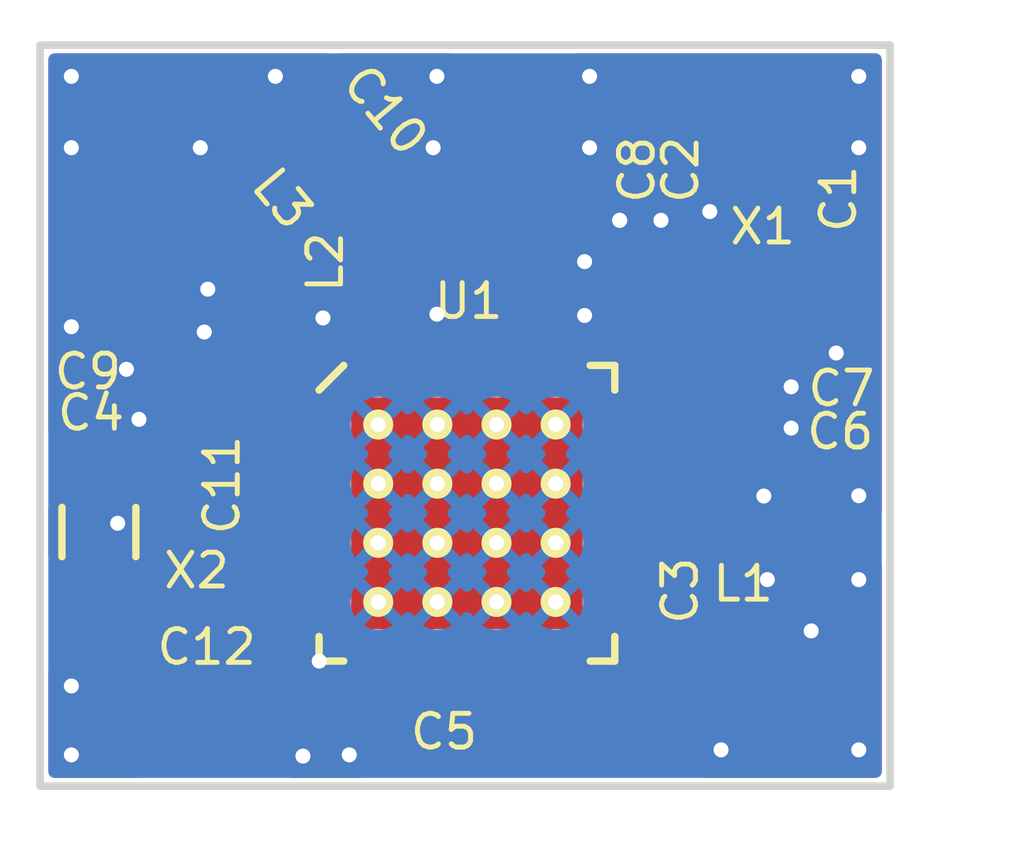
<source format=kicad_pcb>
(kicad_pcb (version 4) (host pcbnew 4.0.0-stable)

  (general
    (links 89)
    (no_connects 20)
    (area 75.368339 -95.067421 92.766941 -79.878219)
    (thickness 1.6)
    (drawings 26)
    (tracks 212)
    (zones 0)
    (modules 57)
    (nets 14)
  )

  (page A4)
  (layers
    (0 F.Cu signal)
    (31 B.Cu signal)
    (32 B.Adhes user)
    (33 F.Adhes user)
    (34 B.Paste user)
    (35 F.Paste user)
    (36 B.SilkS user)
    (37 F.SilkS user)
    (38 B.Mask user)
    (39 F.Mask user)
    (40 Dwgs.User user)
    (41 Cmts.User user)
    (42 Eco1.User user)
    (43 Eco2.User user)
    (44 Edge.Cuts user)
    (45 Margin user)
    (46 B.CrtYd user)
    (47 F.CrtYd user)
    (48 B.Fab user)
    (49 F.Fab user)
  )

  (setup
    (last_trace_width 0.254)
    (trace_clearance 0.1524)
    (zone_clearance 0.09144)
    (zone_45_only yes)
    (trace_min 0.254)
    (segment_width 0.2)
    (edge_width 0.1)
    (via_size 0.889)
    (via_drill 0.635)
    (via_min_size 0.889)
    (via_min_drill 0.508)
    (uvia_size 0.508)
    (uvia_drill 0.127)
    (uvias_allowed no)
    (uvia_min_size 0.508)
    (uvia_min_drill 0.127)
    (pcb_text_width 0.3)
    (pcb_text_size 1.5 1.5)
    (mod_edge_width 0.15)
    (mod_text_size 1 1)
    (mod_text_width 0.15)
    (pad_size 1.5 1.5)
    (pad_drill 0.6)
    (pad_to_mask_clearance 0)
    (aux_axis_origin 0 0)
    (visible_elements 7FFFF77F)
    (pcbplotparams
      (layerselection 0x00030_80000001)
      (usegerberextensions false)
      (excludeedgelayer true)
      (linewidth 0.100000)
      (plotframeref false)
      (viasonmask false)
      (mode 1)
      (useauxorigin false)
      (hpglpennumber 1)
      (hpglpenspeed 20)
      (hpglpendiameter 15)
      (hpglpenoverlay 2)
      (psnegative false)
      (psa4output false)
      (plotreference true)
      (plotvalue true)
      (plotinvisibletext false)
      (padsonsilk false)
      (subtractmaskfromsilk false)
      (outputformat 1)
      (mirror false)
      (drillshape 0)
      (scaleselection 1)
      (outputdirectory GerberOutput/))
  )

  (net 0 "")
  (net 1 GND)
  (net 2 "Net-(C1-Pad1)")
  (net 3 "Net-(C2-Pad1)")
  (net 4 "Net-(C3-Pad1)")
  (net 5 "Net-(C4-Pad2)")
  (net 6 /VDD_nRF)
  (net 7 "Net-(C6-Pad2)")
  (net 8 "Net-(C7-Pad2)")
  (net 9 "Net-(C10-Pad2)")
  (net 10 "Net-(C11-Pad2)")
  (net 11 "Net-(C12-Pad2)")
  (net 12 "Net-(L2-Pad1)")
  (net 13 "Net-(L2-Pad2)")

  (net_class Default "This is the default net class."
    (clearance 0.1524)
    (trace_width 0.254)
    (via_dia 0.889)
    (via_drill 0.635)
    (uvia_dia 0.508)
    (uvia_drill 0.127)
    (add_net /VDD_nRF)
    (add_net GND)
    (add_net "Net-(C1-Pad1)")
    (add_net "Net-(C10-Pad2)")
    (add_net "Net-(C11-Pad2)")
    (add_net "Net-(C12-Pad2)")
    (add_net "Net-(C2-Pad1)")
    (add_net "Net-(C3-Pad1)")
    (add_net "Net-(C4-Pad2)")
    (add_net "Net-(C6-Pad2)")
    (add_net "Net-(C7-Pad2)")
    (add_net "Net-(L2-Pad1)")
    (add_net "Net-(L2-Pad2)")
  )

  (module BT-XTAL_2016 (layer F.Cu) (tedit 4289BEAB) (tstamp 539EEDBF)
    (at 89.871735 -90.089017)
    (path /56D1F3A1)
    (attr smd)
    (fp_text reference X1 (at 0 0) (layer F.SilkS) hide
      (effects (font (thickness 0.05)))
    )
    (fp_text value Crystal-4 (at 0 0) (layer F.SilkS) hide
      (effects (font (thickness 0.05)))
    )
  )

  (module dcdc:CAPC1608X06L (layer F.Cu) (tedit 56E9FD19) (tstamp 539EEDBF)
    (at 81.744454 -93.396097 40)
    (path /56EA0454)
    (attr smd)
    (fp_text reference C10 (at 0 0 40) (layer F.SilkS) hide
      (effects (font (thickness 0.05)))
    )
    (fp_text value 1.0uF (at 0 0 40) (layer F.SilkS) hide
      (effects (font (thickness 0.05)))
    )
    (pad 1 smd rect (at 0 0.675 220) (size 0.800001 0.750001) (layers F.Cu F.Paste F.Mask)
      (net 1 GND))
    (pad 2 smd rect (at 0 -0.675 220) (size 0.800001 0.750001) (layers F.Cu F.Paste F.Mask)
      (net 9 "Net-(C10-Pad2)"))
    (model "${KIPRJMOD}/dcdc.3dshapes/wrl/User Library-Chip Capacitor 0603.wrl"
      (at (xyz 0.01693 -0 0.015748))
      (scale (xyz 0.393701 0.393701 0.393701))
      (rotate (xyz 360 360 270))
    )
    (model ${KIPRJMOD}/dcdc.3dshapes/wrlshp/B6A667F8-9D07.wrl
      (at (xyz 0 0 0))
      (scale (xyz 1 1 1))
      (rotate (xyz 0 0 180))
    )
  )

  (module dcdc:VIA-0.6096 (layer F.Cu) (tedit 566CE49D) (tstamp 566CE167)
    (at 92.05614 -94.35622)
    (fp_text reference REF** (at 0 2.54) (layer F.SilkS) hide
      (effects (font (size 1 1) (thickness 0.15)))
    )
    (fp_text value VIA-0.6096 (at 0 -2.54) (layer F.Fab) hide
      (effects (font (size 1 1) (thickness 0.15)))
    )
    (pad 1 thru_hole circle (at 0 0) (size 0.6096 0.6096) (drill 0.3048) (layers *.Cu)
      (net 1 GND) (zone_connect 2))
  )

  (module dcdc:VIA-0.6096 (layer F.Cu) (tedit 566CE49D) (tstamp 566CE167)
    (at 86.59514 -94.35622)
    (fp_text reference REF** (at 0 2.54) (layer F.SilkS) hide
      (effects (font (size 1 1) (thickness 0.15)))
    )
    (fp_text value VIA-0.6096 (at 0 -2.54) (layer F.Fab) hide
      (effects (font (size 1 1) (thickness 0.15)))
    )
    (pad 1 thru_hole circle (at 0 0) (size 0.6096 0.6096) (drill 0.3048) (layers *.Cu)
      (net 1 GND) (zone_connect 2))
  )

  (module dcdc:VIA-0.6096 (layer F.Cu) (tedit 566CE49D) (tstamp 566CE167)
    (at 81.18494 -89.45402)
    (fp_text reference REF** (at 0 2.54) (layer F.SilkS) hide
      (effects (font (size 1 1) (thickness 0.15)))
    )
    (fp_text value VIA-0.6096 (at 0 -2.54) (layer F.Fab) hide
      (effects (font (size 1 1) (thickness 0.15)))
    )
    (pad 1 thru_hole circle (at 0 0) (size 0.6096 0.6096) (drill 0.3048) (layers *.Cu)
      (net 1 GND) (zone_connect 2))
  )

  (module dcdc:VIA-0.6096 (layer F.Cu) (tedit 566CE49D) (tstamp 566CE167)
    (at 76.07954 -94.35622)
    (fp_text reference REF** (at 0 2.54) (layer F.SilkS) hide
      (effects (font (size 1 1) (thickness 0.15)))
    )
    (fp_text value VIA-0.6096 (at 0 -2.54) (layer F.Fab) hide
      (effects (font (size 1 1) (thickness 0.15)))
    )
    (pad 1 thru_hole circle (at 0 0) (size 0.6096 0.6096) (drill 0.3048) (layers *.Cu)
      (net 1 GND) (zone_connect 2))
  )

  (module dcdc:VIA-0.6096 (layer F.Cu) (tedit 566CE49D) (tstamp 566CE167)
    (at 80.21974 -94.35622)
    (fp_text reference REF** (at 0 2.54) (layer F.SilkS) hide
      (effects (font (size 1 1) (thickness 0.15)))
    )
    (fp_text value VIA-0.6096 (at 0 -2.54) (layer F.Fab) hide
      (effects (font (size 1 1) (thickness 0.15)))
    )
    (pad 1 thru_hole circle (at 0 0) (size 0.6096 0.6096) (drill 0.3048) (layers *.Cu)
      (net 1 GND) (zone_connect 2))
  )

  (module dcdc:VIA-0.6096 (layer F.Cu) (tedit 566CE49D) (tstamp 566CE167)
    (at 83.49634 -94.35622)
    (fp_text reference REF** (at 0 2.54) (layer F.SilkS) hide
      (effects (font (size 1 1) (thickness 0.15)))
    )
    (fp_text value VIA-0.6096 (at 0 -2.54) (layer F.Fab) hide
      (effects (font (size 1 1) (thickness 0.15)))
    )
    (pad 1 thru_hole circle (at 0 0) (size 0.6096 0.6096) (drill 0.3048) (layers *.Cu)
      (net 1 GND) (zone_connect 2))
  )

  (module dcdc:VIA-0.6096 (layer F.Cu) (tedit 566CE49D) (tstamp 566CE167)
    (at 77.01934 -85.28842)
    (fp_text reference REF** (at 0 2.54) (layer F.SilkS) hide
      (effects (font (size 1 1) (thickness 0.15)))
    )
    (fp_text value VIA-0.6096 (at 0 -2.54) (layer F.Fab) hide
      (effects (font (size 1 1) (thickness 0.15)))
    )
    (pad 1 thru_hole circle (at 0 0) (size 0.6096 0.6096) (drill 0.3048) (layers *.Cu)
      (net 1 GND) (zone_connect 2))
  )

  (module dcdc:VIA-0.6096 (layer F.Cu) (tedit 566CE49D) (tstamp 566CE167)
    (at 76.07954 -81.98642)
    (fp_text reference REF** (at 0 2.54) (layer F.SilkS) hide
      (effects (font (size 1 1) (thickness 0.15)))
    )
    (fp_text value VIA-0.6096 (at 0 -2.54) (layer F.Fab) hide
      (effects (font (size 1 1) (thickness 0.15)))
    )
    (pad 1 thru_hole circle (at 0 0) (size 0.6096 0.6096) (drill 0.3048) (layers *.Cu)
      (net 1 GND) (zone_connect 2))
  )

  (module dcdc:VIA-0.6096 (layer F.Cu) (tedit 566CE49D) (tstamp 566CE167)
    (at 76.07954 -80.58942)
    (fp_text reference REF** (at 0 2.54) (layer F.SilkS) hide
      (effects (font (size 1 1) (thickness 0.15)))
    )
    (fp_text value VIA-0.6096 (at 0 -2.54) (layer F.Fab) hide
      (effects (font (size 1 1) (thickness 0.15)))
    )
    (pad 1 thru_hole circle (at 0 0) (size 0.6096 0.6096) (drill 0.3048) (layers *.Cu)
      (net 1 GND) (zone_connect 2))
  )

  (module dcdc:VIA-0.6096 (layer F.Cu) (tedit 566CE49D) (tstamp 566CE167)
    (at 92.05614 -80.69102)
    (fp_text reference REF** (at 0 2.54) (layer F.SilkS) hide
      (effects (font (size 1 1) (thickness 0.15)))
    )
    (fp_text value VIA-0.6096 (at 0 -2.54) (layer F.Fab) hide
      (effects (font (size 1 1) (thickness 0.15)))
    )
    (pad 1 thru_hole circle (at 0 0) (size 0.6096 0.6096) (drill 0.3048) (layers *.Cu)
      (net 1 GND) (zone_connect 2))
  )

  (module dcdc:VIA-0.6096 (layer F.Cu) (tedit 566CE49D) (tstamp 566CE167)
    (at 89.26214 -80.69102)
    (fp_text reference REF** (at 0 2.54) (layer F.SilkS) hide
      (effects (font (size 1 1) (thickness 0.15)))
    )
    (fp_text value VIA-0.6096 (at 0 -2.54) (layer F.Fab) hide
      (effects (font (size 1 1) (thickness 0.15)))
    )
    (pad 1 thru_hole circle (at 0 0) (size 0.6096 0.6096) (drill 0.3048) (layers *.Cu)
      (net 1 GND) (zone_connect 2))
  )

  (module dcdc:VIA-0.6096 (layer F.Cu) (tedit 566CE49D) (tstamp 566CE167)
    (at 92.05614 -84.14542)
    (fp_text reference REF** (at 0 2.54) (layer F.SilkS) hide
      (effects (font (size 1 1) (thickness 0.15)))
    )
    (fp_text value VIA-0.6096 (at 0 -2.54) (layer F.Fab) hide
      (effects (font (size 1 1) (thickness 0.15)))
    )
    (pad 1 thru_hole circle (at 0 0) (size 0.6096 0.6096) (drill 0.3048) (layers *.Cu)
      (net 1 GND) (zone_connect 2))
  )

  (module dcdc:VIA-0.6096 (layer F.Cu) (tedit 566CE49D) (tstamp 566CE167)
    (at 90.20194 -84.14542)
    (fp_text reference REF** (at 0 2.54) (layer F.SilkS) hide
      (effects (font (size 1 1) (thickness 0.15)))
    )
    (fp_text value VIA-0.6096 (at 0 -2.54) (layer F.Fab) hide
      (effects (font (size 1 1) (thickness 0.15)))
    )
    (pad 1 thru_hole circle (at 0 0) (size 0.6096 0.6096) (drill 0.3048) (layers *.Cu)
      (net 1 GND) (zone_connect 2))
  )

  (module dcdc:VIA-0.6096 (layer F.Cu) (tedit 566CE49D) (tstamp 566CE167)
    (at 92.05614 -85.84722)
    (fp_text reference REF** (at 0 2.54) (layer F.SilkS) hide
      (effects (font (size 1 1) (thickness 0.15)))
    )
    (fp_text value VIA-0.6096 (at 0 -2.54) (layer F.Fab) hide
      (effects (font (size 1 1) (thickness 0.15)))
    )
    (pad 1 thru_hole circle (at 0 0) (size 0.6096 0.6096) (drill 0.3048) (layers *.Cu)
      (net 1 GND) (zone_connect 2))
  )

  (module dcdc:VIA-0.6096 (layer F.Cu) (tedit 566CE49D) (tstamp 566CE167)
    (at 91.59894 -88.74282)
    (fp_text reference REF** (at 0 2.54) (layer F.SilkS) hide
      (effects (font (size 1 1) (thickness 0.15)))
    )
    (fp_text value VIA-0.6096 (at 0 -2.54) (layer F.Fab) hide
      (effects (font (size 1 1) (thickness 0.15)))
    )
    (pad 1 thru_hole circle (at 0 0) (size 0.6096 0.6096) (drill 0.3048) (layers *.Cu)
      (net 1 GND) (zone_connect 2))
  )

  (module dcdc:VIA-0.6096 (layer F.Cu) (tedit 566CE49D) (tstamp 566CE167)
    (at 89.03354 -91.61302)
    (fp_text reference REF** (at 0 2.54) (layer F.SilkS) hide
      (effects (font (size 1 1) (thickness 0.15)))
    )
    (fp_text value VIA-0.6096 (at 0 -2.54) (layer F.Fab) hide
      (effects (font (size 1 1) (thickness 0.15)))
    )
    (pad 1 thru_hole circle (at 0 0) (size 0.6096 0.6096) (drill 0.3048) (layers *.Cu)
      (net 1 GND) (zone_connect 2))
  )

  (module dcdc:VIA-0.6096 (layer F.Cu) (tedit 566CE49D) (tstamp 566CE167)
    (at 92.05614 -92.90842)
    (fp_text reference REF** (at 0 2.54) (layer F.SilkS) hide
      (effects (font (size 1 1) (thickness 0.15)))
    )
    (fp_text value VIA-0.6096 (at 0 -2.54) (layer F.Fab) hide
      (effects (font (size 1 1) (thickness 0.15)))
    )
    (pad 1 thru_hole circle (at 0 0) (size 0.6096 0.6096) (drill 0.3048) (layers *.Cu)
      (net 1 GND) (zone_connect 2))
  )

  (module dcdc:VIA-0.6096 (layer F.Cu) (tedit 566CE49D) (tstamp 566CE167)
    (at 86.49354 -90.59702)
    (fp_text reference REF** (at 0 2.54) (layer F.SilkS) hide
      (effects (font (size 1 1) (thickness 0.15)))
    )
    (fp_text value VIA-0.6096 (at 0 -2.54) (layer F.Fab) hide
      (effects (font (size 1 1) (thickness 0.15)))
    )
    (pad 1 thru_hole circle (at 0 0) (size 0.6096 0.6096) (drill 0.3048) (layers *.Cu)
      (net 1 GND) (zone_connect 2))
  )

  (module dcdc:VIA-0.6096 (layer F.Cu) (tedit 566CE49D) (tstamp 566CE167)
    (at 88.04294 -91.43522)
    (fp_text reference REF** (at 0 2.54) (layer F.SilkS) hide
      (effects (font (size 1 1) (thickness 0.15)))
    )
    (fp_text value VIA-0.6096 (at 0 -2.54) (layer F.Fab) hide
      (effects (font (size 1 1) (thickness 0.15)))
    )
    (pad 1 thru_hole circle (at 0 0) (size 0.6096 0.6096) (drill 0.3048) (layers *.Cu)
      (net 1 GND) (zone_connect 2))
  )

  (module dcdc:VIA-0.6096 (layer F.Cu) (tedit 566CE49D) (tstamp 566CE167)
    (at 87.20474 -91.43522)
    (fp_text reference REF** (at 0 2.54) (layer F.SilkS) hide
      (effects (font (size 1 1) (thickness 0.15)))
    )
    (fp_text value VIA-0.6096 (at 0 -2.54) (layer F.Fab) hide
      (effects (font (size 1 1) (thickness 0.15)))
    )
    (pad 1 thru_hole circle (at 0 0) (size 0.6096 0.6096) (drill 0.3048) (layers *.Cu)
      (net 1 GND) (zone_connect 2))
  )

  (module dcdc:VIA-0.6096 (layer F.Cu) (tedit 566CE49D) (tstamp 566CE167)
    (at 87.20474 -91.43522)
    (fp_text reference REF** (at 0 2.54) (layer F.SilkS) hide
      (effects (font (size 1 1) (thickness 0.15)))
    )
    (fp_text value VIA-0.6096 (at 0 -2.54) (layer F.Fab) hide
      (effects (font (size 1 1) (thickness 0.15)))
    )
    (pad 1 thru_hole circle (at 0 0) (size 0.6096 0.6096) (drill 0.3048) (layers *.Cu)
      (net 1 GND) (zone_connect 2))
  )

  (module dcdc:VIA-0.6096 (layer F.Cu) (tedit 566CE49D) (tstamp 566CE167)
    (at 86.59514 -92.90842)
    (fp_text reference REF** (at 0 2.54) (layer F.SilkS) hide
      (effects (font (size 1 1) (thickness 0.15)))
    )
    (fp_text value VIA-0.6096 (at 0 -2.54) (layer F.Fab) hide
      (effects (font (size 1 1) (thickness 0.15)))
    )
    (pad 1 thru_hole circle (at 0 0) (size 0.6096 0.6096) (drill 0.3048) (layers *.Cu)
      (net 1 GND) (zone_connect 2))
  )

  (module dcdc:VIA-0.6096 (layer F.Cu) (tedit 566CE49D) (tstamp 566CE167)
    (at 83.42014 -92.90842)
    (fp_text reference REF** (at 0 2.54) (layer F.SilkS) hide
      (effects (font (size 1 1) (thickness 0.15)))
    )
    (fp_text value VIA-0.6096 (at 0 -2.54) (layer F.Fab) hide
      (effects (font (size 1 1) (thickness 0.15)))
    )
    (pad 1 thru_hole circle (at 0 0) (size 0.6096 0.6096) (drill 0.3048) (layers *.Cu)
      (net 1 GND) (zone_connect 2))
  )

  (module dcdc:VIA-0.6096 (layer F.Cu) (tedit 566CE49D) (tstamp 566CE167)
    (at 76.07954 -89.27622)
    (fp_text reference REF** (at 0 2.54) (layer F.SilkS) hide
      (effects (font (size 1 1) (thickness 0.15)))
    )
    (fp_text value VIA-0.6096 (at 0 -2.54) (layer F.Fab) hide
      (effects (font (size 1 1) (thickness 0.15)))
    )
    (pad 1 thru_hole circle (at 0 0) (size 0.6096 0.6096) (drill 0.3048) (layers *.Cu)
      (net 1 GND) (zone_connect 2))
  )

  (module dcdc:VIA-0.6096 (layer F.Cu) (tedit 566CE49D) (tstamp 566CE167)
    (at 78.84814 -90.03822)
    (fp_text reference REF** (at 0 2.54) (layer F.SilkS) hide
      (effects (font (size 1 1) (thickness 0.15)))
    )
    (fp_text value VIA-0.6096 (at 0 -2.54) (layer F.Fab) hide
      (effects (font (size 1 1) (thickness 0.15)))
    )
    (pad 1 thru_hole circle (at 0 0) (size 0.6096 0.6096) (drill 0.3048) (layers *.Cu)
      (net 1 GND) (zone_connect 2))
  )

  (module dcdc:VIA-0.6096 (layer F.Cu) (tedit 566CE49D) (tstamp 566CE167)
    (at 76.07954 -92.90842)
    (fp_text reference REF** (at 0 2.54) (layer F.SilkS) hide
      (effects (font (size 1 1) (thickness 0.15)))
    )
    (fp_text value VIA-0.6096 (at 0 -2.54) (layer F.Fab) hide
      (effects (font (size 1 1) (thickness 0.15)))
    )
    (pad 1 thru_hole circle (at 0 0) (size 0.6096 0.6096) (drill 0.3048) (layers *.Cu)
      (net 1 GND) (zone_connect 2))
  )

  (module dcdc:VIA-0.6096 (layer F.Cu) (tedit 566CE49D) (tstamp 566CE167)
    (at 78.77593 -89.16862)
    (fp_text reference REF** (at 0 2.54) (layer F.SilkS) hide
      (effects (font (size 1 1) (thickness 0.15)))
    )
    (fp_text value VIA-0.6096 (at 0 -2.54) (layer F.Fab) hide
      (effects (font (size 1 1) (thickness 0.15)))
    )
    (pad 1 thru_hole circle (at 0 0) (size 0.6096 0.6096) (drill 0.3048) (layers *.Cu)
      (net 1 GND) (zone_connect 2))
  )

  (module dcdc:VIA-0.6096 (layer F.Cu) (tedit 566CE49D) (tstamp 566CE167)
    (at 77.19714 -88.41262)
    (fp_text reference REF** (at 0 2.54) (layer F.SilkS) hide
      (effects (font (size 1 1) (thickness 0.15)))
    )
    (fp_text value VIA-0.6096 (at 0 -2.54) (layer F.Fab) hide
      (effects (font (size 1 1) (thickness 0.15)))
    )
    (pad 1 thru_hole circle (at 0 0) (size 0.6096 0.6096) (drill 0.3048) (layers *.Cu)
      (net 1 GND) (zone_connect 2))
  )

  (module dcdc:VIA-0.6096 (layer F.Cu) (tedit 566CE49D) (tstamp 566CE167)
    (at 86.49354 -89.50482)
    (fp_text reference REF** (at 0 2.54) (layer F.SilkS) hide
      (effects (font (size 1 1) (thickness 0.15)))
    )
    (fp_text value VIA-0.6096 (at 0 -2.54) (layer F.Fab) hide
      (effects (font (size 1 1) (thickness 0.15)))
    )
    (pad 1 thru_hole circle (at 0 0) (size 0.6096 0.6096) (drill 0.3048) (layers *.Cu)
      (net 1 GND) (zone_connect 2))
  )

  (module dcdc:VIA-0.6096 (layer F.Cu) (tedit 566CE49D) (tstamp 566CE167)
    (at 80.77854 -80.56402)
    (fp_text reference REF** (at 0 2.54) (layer F.SilkS) hide
      (effects (font (size 1 1) (thickness 0.15)))
    )
    (fp_text value VIA-0.6096 (at 0 -2.54) (layer F.Fab) hide
      (effects (font (size 1 1) (thickness 0.15)))
    )
    (pad 1 thru_hole circle (at 0 0) (size 0.6096 0.6096) (drill 0.3048) (layers *.Cu)
      (net 1 GND) (zone_connect 2))
  )

  (module dcdc:VIA-0.6096 (layer F.Cu) (tedit 566CE49D) (tstamp 566CE167)
    (at 91.09094 -83.10402)
    (fp_text reference REF** (at 0 2.54) (layer F.SilkS) hide
      (effects (font (size 1 1) (thickness 0.15)))
    )
    (fp_text value VIA-0.6096 (at 0 -2.54) (layer F.Fab) hide
      (effects (font (size 1 1) (thickness 0.15)))
    )
    (pad 1 thru_hole circle (at 0 0) (size 0.6096 0.6096) (drill 0.3048) (layers *.Cu)
      (net 1 GND) (zone_connect 2))
  )

  (module dcdc:VIA-0.6096 (layer F.Cu) (tedit 566CE49D) (tstamp 566CE167)
    (at 81.71834 -80.58942)
    (fp_text reference REF** (at 0 2.54) (layer F.SilkS) hide
      (effects (font (size 1 1) (thickness 0.15)))
    )
    (fp_text value VIA-0.6096 (at 0 -2.54) (layer F.Fab) hide
      (effects (font (size 1 1) (thickness 0.15)))
    )
    (pad 1 thru_hole circle (at 0 0) (size 0.6096 0.6096) (drill 0.3048) (layers *.Cu)
      (net 1 GND) (zone_connect 2))
  )

  (module dcdc:VIA-0.6096 (layer F.Cu) (tedit 566CE49D) (tstamp 566CE167)
    (at 81.10874 -82.49162)
    (fp_text reference REF** (at 0 2.54) (layer F.SilkS) hide
      (effects (font (size 1 1) (thickness 0.15)))
    )
    (fp_text value VIA-0.6096 (at 0 -2.54) (layer F.Fab) hide
      (effects (font (size 1 1) (thickness 0.15)))
    )
    (pad 1 thru_hole circle (at 0 0) (size 0.6096 0.6096) (drill 0.3048) (layers *.Cu)
      (net 1 GND) (zone_connect 2))
  )

  (module dcdc:VIA-0.6096 (layer F.Cu) (tedit 566CE49D) (tstamp 566CE167)
    (at 77.45114 -87.39662)
    (fp_text reference REF** (at 0 2.54) (layer F.SilkS) hide
      (effects (font (size 1 1) (thickness 0.15)))
    )
    (fp_text value VIA-0.6096 (at 0 -2.54) (layer F.Fab) hide
      (effects (font (size 1 1) (thickness 0.15)))
    )
    (pad 1 thru_hole circle (at 0 0) (size 0.6096 0.6096) (drill 0.3048) (layers *.Cu)
      (net 1 GND) (zone_connect 2))
  )

  (module dcdc:VIA-0.6096 (layer F.Cu) (tedit 566CE49D) (tstamp 566CE167)
    (at 90.68454 -87.21882)
    (fp_text reference REF** (at 0 2.54) (layer F.SilkS) hide
      (effects (font (size 1 1) (thickness 0.15)))
    )
    (fp_text value VIA-0.6096 (at 0 -2.54) (layer F.Fab) hide
      (effects (font (size 1 1) (thickness 0.15)))
    )
    (pad 1 thru_hole circle (at 0 0) (size 0.6096 0.6096) (drill 0.3048) (layers *.Cu)
      (net 1 GND) (zone_connect 2))
  )

  (module dcdc:VIA-0.6096 (layer F.Cu) (tedit 566CE49D) (tstamp 566CE167)
    (at 90.68454 -88.05702)
    (fp_text reference REF** (at 0 2.54) (layer F.SilkS) hide
      (effects (font (size 1 1) (thickness 0.15)))
    )
    (fp_text value VIA-0.6096 (at 0 -2.54) (layer F.Fab) hide
      (effects (font (size 1 1) (thickness 0.15)))
    )
    (pad 1 thru_hole circle (at 0 0) (size 0.6096 0.6096) (drill 0.3048) (layers *.Cu)
      (net 1 GND) (zone_connect 2))
  )

  (module dcdc:VIA-0.6096 (layer F.Cu) (tedit 566CE49D) (tstamp 566CE167)
    (at 78.69574 -92.90842)
    (fp_text reference REF** (at 0 2.54) (layer F.SilkS) hide
      (effects (font (size 1 1) (thickness 0.15)))
    )
    (fp_text value VIA-0.6096 (at 0 -2.54) (layer F.Fab) hide
      (effects (font (size 1 1) (thickness 0.15)))
    )
    (pad 1 thru_hole circle (at 0 0) (size 0.6096 0.6096) (drill 0.3048) (layers *.Cu)
      (net 1 GND) (zone_connect 2))
  )

  (module dcdc:VIA-0.6096 (layer F.Cu) (tedit 566CE49D) (tstamp 566CE167)
    (at 90.12973 -85.84122)
    (fp_text reference REF** (at 0 2.54) (layer F.SilkS) hide
      (effects (font (size 1 1) (thickness 0.15)))
    )
    (fp_text value VIA-0.6096 (at 0 -2.54) (layer F.Fab) hide
      (effects (font (size 1 1) (thickness 0.15)))
    )
    (pad 1 thru_hole circle (at 0 0) (size 0.6096 0.6096) (drill 0.3048) (layers *.Cu)
      (net 1 GND) (zone_connect 2))
  )

  (module dcdc:VIA-0.6096 (layer F.Cu) (tedit 566CE49D) (tstamp 566CE167)
    (at 83.49634 -89.53022)
    (fp_text reference REF** (at 0 2.54) (layer F.SilkS) hide
      (effects (font (size 1 1) (thickness 0.15)))
    )
    (fp_text value VIA-0.6096 (at 0 -2.54) (layer F.Fab) hide
      (effects (font (size 1 1) (thickness 0.15)))
    )
    (pad 1 thru_hole circle (at 0 0) (size 0.6096 0.6096) (drill 0.3048) (layers *.Cu)
      (net 1 GND) (zone_connect 2))
  )

  (module nrf:nrf51-qfax-1ep-vias (layer F.Cu) (tedit 56EA020A) (tstamp 539EEDBF)
    (at 84.105935 -85.491617)
    (descr "QFN, 48-Leads, Body 6,0x6,0mm (max), Pitch 0,40mm, IPC Medium Density")
    (tags "QFN 0.4")
    (path /567DBE79)
    (attr smd)
    (fp_text reference U1 (at 11.867965 -4.043383) (layer F.SilkS) hide
      (effects (font (size 1 1) (thickness 0.15)))
    )
    (fp_text value nrf51822-qfax (at 0.508 4.572) (layer F.Fab) hide
      (effects (font (size 1 1) (thickness 0.15)))
    )
    (fp_line (start -3 -2.5) (end -2.5 -3) (layer F.SilkS) (width 0.15))
    (fp_line (start 2.5 -3) (end 3 -3) (layer F.SilkS) (width 0.15))
    (fp_line (start 3 -2.5) (end 3 -3) (layer F.SilkS) (width 0.15))
    (fp_line (start 3 3) (end 3 2.5) (layer F.SilkS) (width 0.15))
    (fp_line (start 2.5 3) (end 3 3) (layer F.SilkS) (width 0.15))
    (fp_line (start -3 3) (end -2.5 3) (layer F.SilkS) (width 0.15))
    (fp_line (start -3 3) (end -3 2.5) (layer F.SilkS) (width 0.15))
    (fp_line (start -3.6 3.6) (end -3.6 -3.6) (layer F.CrtYd) (width 0.05))
    (fp_line (start 3.6 3.6) (end 3.6 -3.6) (layer F.CrtYd) (width 0.05))
    (fp_line (start -3.6 -3.6) (end 3.6 -3.6) (layer F.CrtYd) (width 0.05))
    (fp_line (start -3.6 3.6) (end 3.6 3.6) (layer F.CrtYd) (width 0.05))
    (pad 1 smd oval (at -3.025 -2.2 90) (size 0.2 0.650001) (layers F.Cu F.Paste F.Mask)
      (net 5 "Net-(C4-Pad2)"))
    (pad 2 smd oval (at -3.025 -1.8 90) (size 0.2 0.650001) (layers F.Cu F.Paste F.Mask)
      (net 10 "Net-(C11-Pad2)"))
    (pad 3 smd oval (at -3.025 -1.4 90) (size 0.2 0.650001) (layers F.Cu F.Paste F.Mask)
      (net 11 "Net-(C12-Pad2)"))
    (pad 4 smd oval (at -3.025 -1 90) (size 0.2 0.650001) (layers F.Cu F.Paste F.Mask))
    (pad 5 smd oval (at -3.025 -0.6 90) (size 0.2 0.650001) (layers F.Cu F.Paste F.Mask))
    (pad 6 smd oval (at -3.025 -0.2 90) (size 0.2 0.650001) (layers F.Cu F.Paste F.Mask))
    (pad 7 smd oval (at -3.025 0.2 90) (size 0.2 0.650001) (layers F.Cu F.Paste F.Mask))
    (pad 8 smd oval (at -3.025 0.6 90) (size 0.2 0.650001) (layers F.Cu F.Paste F.Mask))
    (pad 9 smd oval (at -3.025 1 90) (size 0.2 0.650001) (layers F.Cu F.Paste F.Mask))
    (pad 10 smd oval (at -3.025 1.4 90) (size 0.2 0.650001) (layers F.Cu F.Paste F.Mask))
    (pad 11 smd oval (at -3.025 1.8 90) (size 0.2 0.650001) (layers F.Cu F.Paste F.Mask))
    (pad 12 smd oval (at -3.025 2.2 90) (size 0.2 0.650001) (layers F.Cu F.Paste F.Mask))
    (pad 13 smd oval (at -2.2 3.025) (size 0.2 0.650001) (layers F.Cu F.Paste F.Mask)
      (net 6 /VDD_nRF))
    (pad 14 smd oval (at -1.8 3.025) (size 0.2 0.650001) (layers F.Cu F.Paste F.Mask))
    (pad 15 smd oval (at -1.4 3.025) (size 0.2 0.650001) (layers F.Cu F.Paste F.Mask))
    (pad 16 smd oval (at -1 3.025) (size 0.2 0.650001) (layers F.Cu F.Paste F.Mask))
    (pad 17 smd oval (at -0.6 3.025) (size 0.2 0.650001) (layers F.Cu F.Paste F.Mask))
    (pad 18 smd oval (at -0.2 3.025) (size 0.2 0.650001) (layers F.Cu F.Paste F.Mask))
    (pad 19 smd oval (at 0.2 3.025) (size 0.2 0.650001) (layers F.Cu F.Paste F.Mask))
    (pad 20 smd oval (at 0.6 3.025) (size 0.2 0.650001) (layers F.Cu F.Paste F.Mask))
    (pad 21 smd oval (at 1 3.025) (size 0.2 0.650001) (layers F.Cu F.Paste F.Mask))
    (pad 22 smd oval (at 1.4 3.025) (size 0.2 0.650001) (layers F.Cu F.Paste F.Mask))
    (pad 23 smd oval (at 1.8 3.025) (size 0.2 0.650001) (layers F.Cu F.Paste F.Mask))
    (pad 24 smd oval (at 2.2 3.025) (size 0.2 0.650001) (layers F.Cu F.Paste F.Mask))
    (pad 25 smd oval (at 3.025 2.2 90) (size 0.2 0.650001) (layers F.Cu F.Paste F.Mask))
    (pad 26 smd oval (at 3.025 1.8 90) (size 0.2 0.650001) (layers F.Cu F.Paste F.Mask))
    (pad 27 smd oval (at 3.025 1.4 90) (size 0.2 0.650001) (layers F.Cu F.Paste F.Mask))
    (pad 28 smd oval (at 3.025 1 90) (size 0.2 0.650001) (layers F.Cu F.Paste F.Mask))
    (pad 29 smd oval (at 3.025 0.6 90) (size 0.2 0.650001) (layers F.Cu F.Paste F.Mask))
    (pad 30 smd oval (at 3.025 0.2 90) (size 0.2 0.650001) (layers F.Cu F.Paste F.Mask)
      (net 4 "Net-(C3-Pad1)"))
    (pad 31 smd oval (at 3.025 -0.2 90) (size 0.2 0.650001) (layers F.Cu F.Paste F.Mask)
      (net 1 GND))
    (pad 32 smd oval (at 3.025 -0.6 90) (size 0.2 0.650001) (layers F.Cu F.Paste F.Mask)
      (net 7 "Net-(C6-Pad2)"))
    (pad 33 smd oval (at 3.025 -1 90) (size 0.2 0.650001) (layers F.Cu F.Paste F.Mask)
      (net 8 "Net-(C7-Pad2)"))
    (pad 34 smd oval (at 3.025 -1.4 90) (size 0.2 0.650001) (layers F.Cu F.Paste F.Mask)
      (net 2 "Net-(C1-Pad1)"))
    (pad 35 smd oval (at 3.025 -1.8 90) (size 0.2 0.650001) (layers F.Cu F.Paste F.Mask)
      (net 3 "Net-(C2-Pad1)"))
    (pad 36 smd oval (at 3.025 -2.2 90) (size 0.2 0.650001) (layers F.Cu F.Paste F.Mask)
      (net 6 /VDD_nRF))
    (pad 37 smd oval (at 2.2 -3.025) (size 0.2 0.650001) (layers F.Cu F.Paste F.Mask))
    (pad 38 smd oval (at 1.8 -3.025) (size 0.2 0.650001) (layers F.Cu F.Paste F.Mask))
    (pad 39 smd oval (at 1.4 -3.025) (size 0.2 0.650001) (layers F.Cu F.Paste F.Mask))
    (pad 40 smd oval (at 1 -3.025) (size 0.2 0.650001) (layers F.Cu F.Paste F.Mask))
    (pad 41 smd oval (at 0.6 -3.025) (size 0.2 0.650001) (layers F.Cu F.Paste F.Mask))
    (pad 42 smd oval (at 0.2 -3.025) (size 0.2 0.650001) (layers F.Cu F.Paste F.Mask))
    (pad 43 smd oval (at -0.2 -3.025) (size 0.2 0.650001) (layers F.Cu F.Paste F.Mask))
    (pad 44 smd oval (at -0.6 -3.025) (size 0.2 0.650001) (layers F.Cu F.Paste F.Mask))
    (pad 45 smd oval (at -1 -3.025) (size 0.2 0.650001) (layers F.Cu F.Paste F.Mask)
      (net 1 GND))
    (pad 46 smd oval (at -1.4 -3.025) (size 0.2 0.650001) (layers F.Cu F.Paste F.Mask)
      (net 9 "Net-(C10-Pad2)"))
    (pad 47 smd oval (at -1.8 -3.025) (size 0.2 0.650001) (layers F.Cu F.Paste F.Mask)
      (net 13 "Net-(L2-Pad2)"))
    (pad 48 smd oval (at -2.2 -3.025) (size 0.2 0.650001) (layers F.Cu F.Paste F.Mask)
      (net 6 /VDD_nRF))
    (pad 49 smd rect (at 0 0) (size 4.700001 4.700001) (layers F.Cu F.Paste F.Mask)
      (net 1 GND) (solder_paste_margin_ratio -0.2))
    (pad 49 thru_hole circle (at -1.8 -1.8) (size 0.6096 0.6096) (drill 0.3048) (layers *.Cu *.Mask F.SilkS)
      (net 1 GND))
    (pad 49 thru_hole circle (at -0.6 -1.8) (size 0.6096 0.6096) (drill 0.3048) (layers *.Cu *.Mask F.SilkS)
      (net 1 GND))
    (pad 49 thru_hole circle (at 0.6 -1.8) (size 0.6096 0.6096) (drill 0.3048) (layers *.Cu *.Mask F.SilkS)
      (net 1 GND))
    (pad 49 thru_hole circle (at 1.8 -1.8) (size 0.6096 0.6096) (drill 0.3048) (layers *.Cu *.Mask F.SilkS)
      (net 1 GND))
    (pad 49 thru_hole circle (at -1.8 -0.6) (size 0.6096 0.6096) (drill 0.3048) (layers *.Cu *.Mask F.SilkS)
      (net 1 GND))
    (pad 49 thru_hole circle (at -0.6 -0.6) (size 0.6096 0.6096) (drill 0.3048) (layers *.Cu *.Mask F.SilkS)
      (net 1 GND))
    (pad 49 thru_hole circle (at 0.6 -0.6) (size 0.6096 0.6096) (drill 0.3048) (layers *.Cu *.Mask F.SilkS)
      (net 1 GND))
    (pad 49 thru_hole circle (at 1.8 -0.6) (size 0.6096 0.6096) (drill 0.3048) (layers *.Cu *.Mask F.SilkS)
      (net 1 GND))
    (pad 49 thru_hole circle (at -1.8 0.6) (size 0.6096 0.6096) (drill 0.3048) (layers *.Cu *.Mask F.SilkS)
      (net 1 GND))
    (pad 49 thru_hole circle (at -0.6 0.6) (size 0.6096 0.6096) (drill 0.3048) (layers *.Cu *.Mask F.SilkS)
      (net 1 GND))
    (pad 49 thru_hole circle (at 0.6 0.6) (size 0.6096 0.6096) (drill 0.3048) (layers *.Cu *.Mask F.SilkS)
      (net 1 GND))
    (pad 49 thru_hole circle (at 1.8 0.6) (size 0.6096 0.6096) (drill 0.3048) (layers *.Cu *.Mask F.SilkS)
      (net 1 GND))
    (pad 49 thru_hole circle (at -1.8 1.8) (size 0.6096 0.6096) (drill 0.3048) (layers *.Cu *.Mask F.SilkS)
      (net 1 GND))
    (pad 49 thru_hole circle (at -0.6 1.8) (size 0.6096 0.6096) (drill 0.3048) (layers *.Cu *.Mask F.SilkS)
      (net 1 GND))
    (pad 49 thru_hole circle (at 0.6 1.8) (size 0.6096 0.6096) (drill 0.3048) (layers *.Cu *.Mask F.SilkS)
      (net 1 GND))
    (pad 49 thru_hole circle (at 1.8 1.8) (size 0.6096 0.6096) (drill 0.3048) (layers *.Cu *.Mask F.SilkS)
      (net 1 GND))
    (model Housings_DFN_QFN.3dshapes/QFN-48-1EP_7x7mm_Pitch0.5mm.wrl
      (at (xyz 0 0 0))
      (scale (xyz 0.8 0.8 0.8))
      (rotate (xyz 0 0 0))
    )
  )

  (module dcdc:CAPC1005X04L (layer F.Cu) (tedit 56E9FCF2) (tstamp 539EEDBF)
    (at 87.204735 -90.089017 90)
    (path /56EA1ADB)
    (attr smd)
    (fp_text reference C8 (at 0 0 90) (layer F.SilkS) hide
      (effects (font (thickness 0.05)))
    )
    (fp_text value 100nF (at 0 0 90) (layer F.SilkS) hide
      (effects (font (thickness 0.05)))
    )
    (pad 1 smd rect (at -0.5 0 180) (size 0.499999 0.599999) (layers F.Cu F.Paste F.Mask)
      (net 1 GND))
    (pad 2 smd rect (at 0.5 0 180) (size 0.499999 0.599999) (layers F.Cu F.Paste F.Mask)
      (net 6 /VDD_nRF))
    (model "${KIPRJMOD}/dcdc.3dshapes/wrl/User Library-0402(1005M) Cap.wrl"
      (at (xyz 0 0 0.019685))
      (scale (xyz 0.393701 0.393701 0.393701))
      (rotate (xyz 270 180 0))
    )
    (model ${KIPRJMOD}/dcdc.3dshapes/wrlshp/27F8D307-C50E.wrl
      (at (xyz 0 0 0))
      (scale (xyz 1 1 1))
      (rotate (xyz 0 0 360))
    )
  )

  (module dcdc:CAPC1005X04L (layer F.Cu) (tedit 4289BEAB) (tstamp 539EEDBF)
    (at 88.093735 -90.089017 90)
    (path /566CD1BB)
    (attr smd)
    (fp_text reference C2 (at 0 0 90) (layer F.SilkS) hide
      (effects (font (thickness 0.05)))
    )
    (fp_text value 12pF (at 0 0 90) (layer F.SilkS) hide
      (effects (font (thickness 0.05)))
    )
    (pad 1 smd rect (at -0.5 0 180) (size 0.499999 0.599999) (layers F.Cu F.Paste F.Mask)
      (net 3 "Net-(C2-Pad1)"))
    (pad 2 smd rect (at 0.5 0 180) (size 0.499999 0.599999) (layers F.Cu F.Paste F.Mask)
      (net 1 GND))
    (model "${KIPRJMOD}/dcdc.3dshapes/wrl/User Library-0402(1005M) Cap.wrl"
      (at (xyz 0 0 0.019685))
      (scale (xyz 0.39370078740158 0.39370078740158 0.39370078740158))
      (rotate (xyz 270 180 0))
    )
    (model ${KIPRJMOD}/dcdc.3dshapes/wrlshp/27F8D307-C50E.wrl
      (at (xyz 0 0 0))
      (scale (xyz 1 1 1))
      (rotate (xyz 0 0 360))
    )
  )

  (module dcdc:CAPC1005X04L (layer F.Cu) (tedit 56E9FCE3) (tstamp 539EEDBF)
    (at 91.649735 -90.089017 270)
    (path /566CD21B)
    (attr smd)
    (fp_text reference C1 (at 0 0 270) (layer F.SilkS) hide
      (effects (font (thickness 0.05)))
    )
    (fp_text value 12pF (at 0 0 270) (layer F.SilkS) hide
      (effects (font (thickness 0.05)))
    )
    (pad 1 smd rect (at -0.5 0) (size 0.499999 0.599999) (layers F.Cu F.Paste F.Mask)
      (net 2 "Net-(C1-Pad1)"))
    (pad 2 smd rect (at 0.5 0) (size 0.499999 0.599999) (layers F.Cu F.Paste F.Mask)
      (net 1 GND))
    (model "${KIPRJMOD}/dcdc.3dshapes/wrl/User Library-0402(1005M) Cap.wrl"
      (at (xyz 0 0 0.019685))
      (scale (xyz 0.393701 0.393701 0.393701))
      (rotate (xyz 270 180 0))
    )
    (model ${KIPRJMOD}/dcdc.3dshapes/wrlshp/27F8D307-C50E.wrl
      (at (xyz 0 0 0))
      (scale (xyz 1 1 1))
      (rotate (xyz 0 0 360))
    )
  )

  (module dcdc:CAPC1005X04L (layer F.Cu) (tedit 56E9FCFF) (tstamp 539EEDBF)
    (at 89.389135 -88.107817)
    (path /56E9F826)
    (attr smd)
    (fp_text reference C7 (at 0 0) (layer F.SilkS) hide
      (effects (font (thickness 0.05)))
    )
    (fp_text value 100pF (at 0 0) (layer F.SilkS) hide
      (effects (font (thickness 0.05)))
    )
    (pad 1 smd rect (at -0.5 0 90) (size 0.499999 0.599999) (layers F.Cu F.Paste F.Mask)
      (net 1 GND))
    (pad 2 smd rect (at 0.5 0 90) (size 0.499999 0.599999) (layers F.Cu F.Paste F.Mask)
      (net 8 "Net-(C7-Pad2)"))
    (model "${KIPRJMOD}/dcdc.3dshapes/wrl/User Library-0402(1005M) Cap.wrl"
      (at (xyz 0 0 0.019685))
      (scale (xyz 0.393701 0.393701 0.393701))
      (rotate (xyz 270 180 0))
    )
    (model ${KIPRJMOD}/dcdc.3dshapes/wrlshp/27F8D307-C50E.wrl
      (at (xyz 0 0 0))
      (scale (xyz 1 1 1))
      (rotate (xyz 0 0 360))
    )
  )

  (module dcdc:CAPC1005X04L (layer F.Cu) (tedit 56E9FD05) (tstamp 539EEDBF)
    (at 89.389135 -87.218817)
    (path /56E9F54A)
    (attr smd)
    (fp_text reference C6 (at 0 0) (layer F.SilkS) hide
      (effects (font (thickness 0.05)))
    )
    (fp_text value NC (at 0 0) (layer F.SilkS) hide
      (effects (font (thickness 0.05)))
    )
    (pad 1 smd rect (at -0.5 0 90) (size 0.499999 0.599999) (layers F.Cu F.Paste F.Mask)
      (net 1 GND))
    (pad 2 smd rect (at 0.5 0 90) (size 0.499999 0.599999) (layers F.Cu F.Paste F.Mask)
      (net 7 "Net-(C6-Pad2)"))
    (model "${KIPRJMOD}/dcdc.3dshapes/wrl/User Library-0402(1005M) Cap.wrl"
      (at (xyz 0 0 0.019685))
      (scale (xyz 0.393701 0.393701 0.393701))
      (rotate (xyz 270 180 0))
    )
    (model ${KIPRJMOD}/dcdc.3dshapes/wrlshp/27F8D307-C50E.wrl
      (at (xyz 0 0 0))
      (scale (xyz 1 1 1))
      (rotate (xyz 0 0 360))
    )
  )

  (module dcdc:INDC1005X04L (layer F.Cu) (tedit 56E9FCC6) (tstamp 539EEDBF)
    (at 89.719335 -84.983617 90)
    (path /566CC2F0)
    (attr smd)
    (fp_text reference L1 (at 0 2 90) (layer F.SilkS) hide
      (effects (font (thickness 0.05)))
    )
    (fp_text value 3.9nH (at 0 -2 90) (layer F.SilkS) hide
      (effects (font (thickness 0.05)))
    )
    (pad 1 smd rect (at 0 -0.475 90) (size 0.499999 0.650001) (layers F.Cu F.Paste F.Mask)
      (net 4 "Net-(C3-Pad1)"))
    (pad 2 smd rect (at 0 0.475 90) (size 0.499999 0.650001) (layers F.Cu F.Paste F.Mask))
    (model "${KIPRJMOD}/dcdc.3dshapes/wrl/User Library-Chip Inductor 0402.wrl"
      (at (xyz 0.01181 0 0.009842999999999999))
      (scale (xyz 0.393701 0.393701 0.393701))
      (rotate (xyz 360 360 270))
    )
    (model ${KIPRJMOD}/dcdc.3dshapes/wrlshp/C9012E92-4FB3.wrl
      (at (xyz 0 0 0))
      (scale (xyz 1 1 1))
      (rotate (xyz 0 0 180))
    )
  )

  (module dcdc:CAPC1005X04L (layer F.Cu) (tedit 56E9FF7E) (tstamp 539EEDBF)
    (at 88.296935 -85.491617 90)
    (path /566CC3D8)
    (attr smd)
    (fp_text reference C3 (at 0 0 90) (layer F.SilkS) hide
      (effects (font (thickness 0.05)))
    )
    (fp_text value .8pF (at 0 0 90) (layer F.SilkS) hide
      (effects (font (thickness 0.05)))
    )
    (pad 1 smd rect (at -0.5 0 180) (size 0.499999 0.599999) (layers F.Cu F.Paste F.Mask)
      (net 4 "Net-(C3-Pad1)"))
    (pad 2 smd rect (at 0.5 0 180) (size 0.499999 0.599999) (layers F.Cu F.Paste F.Mask)
      (net 1 GND))
    (model "${KIPRJMOD}/dcdc.3dshapes/wrl/User Library-0402(1005M) Cap.wrl"
      (at (xyz 0 0 0.019685))
      (scale (xyz 0.393701 0.393701 0.393701))
      (rotate (xyz 270 180 0))
    )
    (model ${KIPRJMOD}/dcdc.3dshapes/wrlshp/27F8D307-C50E.wrl
      (at (xyz 0 0 0))
      (scale (xyz 1 1 1))
      (rotate (xyz 0 0 360))
    )
  )

  (module dcdc:CAPC1005X04L (layer F.Cu) (tedit 4289BEAB) (tstamp 539EEDBF)
    (at 76.638335 -82.799217 180)
    (path /56D1F8D7)
    (attr smd)
    (fp_text reference C12 (at 0 0 180) (layer F.SilkS) hide
      (effects (font (thickness 0.05)))
    )
    (fp_text value 12pF (at 0 0 180) (layer F.SilkS) hide
      (effects (font (thickness 0.05)))
    )
    (pad 1 smd rect (at -0.5 0 270) (size 0.499999 0.599999) (layers F.Cu F.Paste F.Mask)
      (net 1 GND))
    (pad 2 smd rect (at 0.5 0 270) (size 0.499999 0.599999) (layers F.Cu F.Paste F.Mask)
      (net 11 "Net-(C12-Pad2)"))
    (model "${KIPRJMOD}/dcdc.3dshapes/wrl/User Library-0402(1005M) Cap.wrl"
      (at (xyz 0 0 0.019685))
      (scale (xyz 0.39370078740158 0.39370078740158 0.39370078740158))
      (rotate (xyz 270 180 0))
    )
    (model ${KIPRJMOD}/dcdc.3dshapes/wrlshp/27F8D307-C50E.wrl
      (at (xyz 0 0 0))
      (scale (xyz 1 1 1))
      (rotate (xyz 0 0 360))
    )
  )

  (module dcdc:CAPC1005X04L (layer F.Cu) (tedit 4289BEAB) (tstamp 539EEDBF)
    (at 78.060735 -85.948817 270)
    (path /56D1F931)
    (attr smd)
    (fp_text reference C11 (at 0 0 270) (layer F.SilkS) hide
      (effects (font (thickness 0.05)))
    )
    (fp_text value 12pF (at 0 0 270) (layer F.SilkS) hide
      (effects (font (thickness 0.05)))
    )
    (pad 1 smd rect (at -0.5 0) (size 0.499999 0.599999) (layers F.Cu F.Paste F.Mask)
      (net 1 GND))
    (pad 2 smd rect (at 0.5 0) (size 0.499999 0.599999) (layers F.Cu F.Paste F.Mask)
      (net 10 "Net-(C11-Pad2)"))
    (model "${KIPRJMOD}/dcdc.3dshapes/wrl/User Library-0402(1005M) Cap.wrl"
      (at (xyz 0 0 0.019685))
      (scale (xyz 0.393701 0.393701 0.393701))
      (rotate (xyz 270 180 0))
    )
    (model ${KIPRJMOD}/dcdc.3dshapes/wrlshp/27F8D307-C50E.wrl
      (at (xyz 0 0 0))
      (scale (xyz 1 1 1))
      (rotate (xyz 0 0 360))
    )
  )

  (module dcdc:CAPC1005X04L (layer F.Cu) (tedit 56E9FD2B) (tstamp 539EEDBF)
    (at 78.771935 -87.371217 180)
    (path /56E9F1F9)
    (attr smd)
    (fp_text reference C4 (at 0 0 180) (layer F.SilkS) hide
      (effects (font (thickness 0.05)))
    )
    (fp_text value 100nF (at 0 0 180) (layer F.SilkS) hide
      (effects (font (thickness 0.05)))
    )
    (pad 1 smd rect (at -0.5 0 270) (size 0.499999 0.599999) (layers F.Cu F.Paste F.Mask)
      (net 1 GND))
    (pad 2 smd rect (at 0.5 0 270) (size 0.499999 0.599999) (layers F.Cu F.Paste F.Mask)
      (net 5 "Net-(C4-Pad2)"))
    (model "${KIPRJMOD}/dcdc.3dshapes/wrl/User Library-0402(1005M) Cap.wrl"
      (at (xyz 0 0 0.019685))
      (scale (xyz 0.393701 0.393701 0.393701))
      (rotate (xyz 270 180 0))
    )
    (model ${KIPRJMOD}/dcdc.3dshapes/wrlshp/27F8D307-C50E.wrl
      (at (xyz 0 0 0))
      (scale (xyz 1 1 1))
      (rotate (xyz 0 0 360))
    )
  )

  (module dcdc:CAPC1608X06L (layer F.Cu) (tedit 4289BEAB) (tstamp 539EEDBF)
    (at 78.771935 -88.412617 90)
    (path /566CC56A)
    (attr smd)
    (fp_text reference C9 (at 0 0 90) (layer F.SilkS) hide
      (effects (font (thickness 0.05)))
    )
    (fp_text value 4.7uF (at 0 0 90) (layer F.SilkS) hide
      (effects (font (thickness 0.05)))
    )
    (pad 1 smd rect (at 0 0.675 270) (size 0.800001 0.750001) (layers F.Cu F.Paste F.Mask)
      (net 1 GND))
    (pad 2 smd rect (at 0 -0.675 270) (size 0.800001 0.750001) (layers F.Cu F.Paste F.Mask)
      (net 6 /VDD_nRF))
    (model "${KIPRJMOD}/dcdc.3dshapes/wrl/User Library-Chip Capacitor 0603.wrl"
      (at (xyz 0.01693 -0 0.015748))
      (scale (xyz 0.39370078740158 0.39370078740158 0.39370078740158))
      (rotate (xyz 360 360 270))
    )
    (model ${KIPRJMOD}/dcdc.3dshapes/wrlshp/B6A667F8-9D07.wrl
      (at (xyz 0 0 0))
      (scale (xyz 1 1 1))
      (rotate (xyz 0 0 180))
    )
  )

  (module dcdc:INDC1608X06L (layer F.Cu) (tedit 56E9FC6F) (tstamp 539EEDBF)
    (at 82.226335 -90.449781 90)
    (path /566C9E5B)
    (attr smd)
    (fp_text reference L2 (at 0 2 90) (layer F.SilkS) hide
      (effects (font (thickness 0.05)))
    )
    (fp_text value 10uH (at 0 -2 90) (layer F.SilkS) hide
      (effects (font (thickness 0.05)))
    )
    (pad 1 smd rect (at -0.675 0 180) (size 0.800001 0.750001) (layers F.Cu F.Paste F.Mask)
      (net 12 "Net-(L2-Pad1)"))
    (pad 2 smd rect (at 0.675 0 180) (size 0.800001 0.750001) (layers F.Cu F.Paste F.Mask)
      (net 13 "Net-(L2-Pad2)"))
    (model "${KIPRJMOD}/dcdc.3dshapes/wrl/User Library-Chip Inductor.wrl"
      (at (xyz 0 0.0187 0.015748))
      (scale (xyz 0.393701 0.393701 0.393701))
      (rotate (xyz 360 360 180))
    )
    (model ${KIPRJMOD}/dcdc.3dshapes/wrlshp/3C0C10DE-CD94.wrl
      (at (xyz 0 0 0))
      (scale (xyz 1 1 1))
      (rotate (xyz 0 0 0))
    )
  )

  (module dcdc:INDC1005X04L (layer F.Cu) (tedit 56E9FC5D) (tstamp 539EEDBF)
    (at 81.058654 -92.532497 220)
    (path /566C9933)
    (attr smd)
    (fp_text reference L3 (at 0 2 220) (layer F.SilkS) hide
      (effects (font (thickness 0.05)))
    )
    (fp_text value 15nH (at 0 -2 220) (layer F.SilkS) hide
      (effects (font (thickness 0.05)))
    )
    (pad 1 smd rect (at 0 -0.475 220) (size 0.499999 0.650001) (layers F.Cu F.Paste F.Mask)
      (net 9 "Net-(C10-Pad2)"))
    (pad 2 smd rect (at 0 0.475 220) (size 0.499999 0.650001) (layers F.Cu F.Paste F.Mask)
      (net 12 "Net-(L2-Pad1)"))
    (model "${KIPRJMOD}/dcdc.3dshapes/wrl/User Library-Chip Inductor 0402.wrl"
      (at (xyz 0.01181 0 0.009842999999999999))
      (scale (xyz 0.393701 0.393701 0.393701))
      (rotate (xyz 360 360 270))
    )
    (model ${KIPRJMOD}/dcdc.3dshapes/wrlshp/C9012E92-4FB3.wrl
      (at (xyz 0 0 0))
      (scale (xyz 1 1 1))
      (rotate (xyz 0 0 180))
    )
  )

  (module dcdc:XTAL_3215 (layer F.Cu) (tedit 56897EA8) (tstamp 539EEDBF)
    (at 76.638335 -85.110617 90)
    (path /56D1F980)
    (attr smd)
    (fp_text reference X2 (at 0 -3 90) (layer F.SilkS) hide
      (effects (font (thickness 0.05)))
    )
    (fp_text value 32.768kHz (at 0 3 90) (layer F.SilkS) hide
      (effects (font (thickness 0.05)))
    )
    (fp_line (start -2 -1.15) (end 2 -1.15) (layer F.CrtYd) (width 0.05))
    (fp_line (start 2 -1.15) (end 2 1.15) (layer F.CrtYd) (width 0.05))
    (fp_line (start 2 1.15) (end -2 1.15) (layer F.CrtYd) (width 0.05))
    (fp_line (start -2 1.15) (end -2 -1.15) (layer F.CrtYd) (width 0.05))
    (fp_line (start 0.5 0.75) (end -0.5 0.75) (layer F.SilkS) (width 0.15))
    (fp_line (start -0.5 -0.75) (end 0.5 -0.75) (layer F.SilkS) (width 0.15))
    (pad 2 smd rect (at 1.25 0 90) (size 1 1.8) (layers F.Cu F.Paste F.Mask)
      (net 10 "Net-(C11-Pad2)"))
    (pad 1 smd rect (at -1.25 0 90) (size 1 1.8) (layers F.Cu F.Paste F.Mask)
      (net 11 "Net-(C12-Pad2)"))
    (model "${KIPRJMOD}/dcdc.3dshapes/wrl/User Library-Siward_SX3215.wrl"
      (at (xyz -0 -0 0))
      (scale (xyz 0.39370078740158 0.39370078740158 0.39370078740158))
      (rotate (xyz 270 360 180))
    )
    (model ${KIPRJMOD}/dcdc.3dshapes/wrlshp/069530FF-FD09.wrl
      (at (xyz 0 0 0))
      (scale (xyz 1 1 1))
      (rotate (xyz 0 0 180))
    )
    (model ${KIPRJMOD}/dcdc.3dshapes/wrlshp/07B379AA-9BDC.wrl
      (at (xyz 0 0 0))
      (scale (xyz 1 1 1))
      (rotate (xyz 0 0 0))
    )
  )

  (module dcdc:CAPC1005X04L (layer F.Cu) (tedit 56E9FF5E) (tstamp 56E9FF39)
    (at 81.261135 -81.402217)
    (path /566CC608)
    (attr smd)
    (fp_text reference C5 (at 0 0) (layer F.SilkS) hide
      (effects (font (thickness 0.05)))
    )
    (fp_text value 100nF (at 0 0) (layer F.SilkS) hide
      (effects (font (thickness 0.05)))
    )
    (pad 1 smd rect (at -0.5 0 90) (size 0.499999 0.599999) (layers F.Cu F.Paste F.Mask)
      (net 1 GND))
    (pad 2 smd rect (at 0.5 0 90) (size 0.499999 0.599999) (layers F.Cu F.Paste F.Mask)
      (net 6 /VDD_nRF))
    (model "${KIPRJMOD}/dcdc.3dshapes/wrl/User Library-0402(1005M) Cap.wrl"
      (at (xyz 0 0 0.019685))
      (scale (xyz 0.393701 0.393701 0.393701))
      (rotate (xyz 270 180 0))
    )
    (model ${KIPRJMOD}/dcdc.3dshapes/wrlshp/27F8D307-C50E.wrl
      (at (xyz 0 0 0))
      (scale (xyz 1 1 1))
      (rotate (xyz 0 0 360))
    )
  )

  (gr_line (start 75.44454 -79.95442) (end 75.44454 -94.99122) (layer Edge.Cuts) (width 0.1524))
  (gr_line (start 75.44454 -79.95442) (end 92.69074 -79.95442) (layer Edge.Cuts) (width 0.1524))
  (gr_line (start 92.69074 -79.95442) (end 92.69074 -94.99122) (layer Edge.Cuts) (width 0.1524))
  (gr_line (start 75.44454 -94.99122) (end 92.69074 -94.99122) (layer Edge.Cuts) (width 0.1524))
  (gr_line (start 75.44454 -94.99122) (end 92.69074 -94.99122) (layer Edge.Cuts) (width 0.1524))
  (gr_line (start 75.44454 -79.95442) (end 75.44454 -94.99122) (layer Edge.Cuts) (width 0.1524))
  (gr_line (start 75.44454 -79.95442) (end 92.69074 -79.95442) (layer Edge.Cuts) (width 0.1524))
  (gr_line (start 92.69074 -79.95442) (end 92.69074 -94.99122) (layer Edge.Cuts) (width 0.1524))
  (gr_text C10 (at 81.76914 -94.48322 310) (layer F.SilkS)
    (effects (font (size 0.6858 0.6858) (thickness 0.1)) (justify left))
  )
  (gr_text L3 (at 79.9338 -92.3925 310) (layer F.SilkS)
    (effects (font (size 0.6858 0.6858) (thickness 0.1)) (justify left))
  )
  (gr_text L2 (at 81.2292 -89.916 90) (layer F.SilkS)
    (effects (font (size 0.6858 0.6858) (thickness 0.1)) (justify left))
  )
  (gr_text C4 (at 75.7428 -87.5284) (layer F.SilkS)
    (effects (font (size 0.6858 0.6858) (thickness 0.1)) (justify left))
  )
  (gr_text C5 (at 82.9058 -81.05862) (layer F.SilkS)
    (effects (font (size 0.6858 0.6858) (thickness 0.1)) (justify left))
  )
  (gr_text C7 (at 90.9701 -88.0237) (layer F.SilkS)
    (effects (font (size 0.6858 0.6858) (thickness 0.1)) (justify left))
  )
  (gr_text C1 (at 91.6432 -91.1352 90) (layer F.SilkS)
    (effects (font (size 0.6858 0.6858) (thickness 0.1)) (justify left))
  )
  (gr_text X1 (at 89.38914 -91.30822) (layer F.SilkS)
    (effects (font (size 0.6858 0.6858) (thickness 0.1)) (justify left))
  )
  (gr_text C8 (at 87.554 -91.72662 90) (layer F.SilkS)
    (effects (font (size 0.6858 0.6858) (thickness 0.1)) (justify left))
  )
  (gr_text C9 (at 75.6793 -88.3666) (layer F.SilkS)
    (effects (font (size 0.6858 0.6858) (thickness 0.1)) (justify left))
  )
  (gr_text C6 (at 90.9447 -87.1474) (layer F.SilkS)
    (effects (font (size 0.6858 0.6858) (thickness 0.1)) (justify left))
  )
  (gr_text C2 (at 88.443 -91.72662 90) (layer F.SilkS)
    (effects (font (size 0.6858 0.6858) (thickness 0.1)) (justify left))
  )
  (gr_text U1 (at 83.3884 -89.79622) (layer F.SilkS)
    (effects (font (size 0.6858 0.6858) (thickness 0.1)) (justify left))
  )
  (gr_text L1 (at 89.0397 -84.0613) (layer F.SilkS)
    (effects (font (size 0.6858 0.6858) (thickness 0.1)) (justify left))
  )
  (gr_text C3 (at 88.4301 -83.185 90) (layer F.SilkS)
    (effects (font (size 0.6858 0.6858) (thickness 0.1)) (justify left))
  )
  (gr_text X2 (at 77.9018 -84.328) (layer F.SilkS)
    (effects (font (size 0.6858 0.6858) (thickness 0.1)) (justify left))
  )
  (gr_text C12 (at 77.7621 -82.7786) (layer F.SilkS)
    (effects (font (size 0.6858 0.6858) (thickness 0.1)) (justify left))
  )
  (gr_text C11 (at 79.1337 -85.0011 90) (layer F.SilkS)
    (effects (font (size 0.6858 0.6858) (thickness 0.1)) (justify left))
  )

  (segment (start 77.38834 -83.71062) (end 77.38834 -86.51062) (width 0.1) (layer Dwgs.User) (net 0))
  (segment (start 76.08833 -86.71061) (end 77.18834 -86.71061) (width 0.1) (layer Dwgs.User) (net 0))
  (segment (start 75.88833 -83.71062) (end 75.88833 -86.51062) (width 0.1) (layer Dwgs.User) (net 0))
  (segment (start 76.08833 -83.51062) (end 77.18834 -83.51062) (width 0.1) (layer Dwgs.User) (net 0))
  (segment (start 79.91864 -80.264) (end 79.91864 -82.97073) (width 0.1524) (layer F.Cu) (net 0))
  (segment (start 79.30904 -80.264) (end 79.30904 -83.22323) (width 0.1524) (layer F.Cu) (net 0))
  (segment (start 79.61384 -80.264) (end 79.61384 -83.09698) (width 0.1524) (layer F.Cu) (net 0))
  (segment (start 78.39199 -80.264) (end 78.39199 -83.60308) (width 0.1524) (layer F.Cu) (net 0))
  (segment (start 79.00424 -80.264) (end 79.00424 -83.34948) (width 0.1524) (layer F.Cu) (net 0))
  (segment (start 78.69944 -80.264) (end 78.69944 -83.47573) (width 0.1524) (layer F.Cu) (net 0))
  (segment (start 78.08667 -80.264) (end 78.08667 -83.72956) (width 0.1524) (layer F.Cu) (net 0))
  (segment (start 77.78134 -80.264) (end 77.78134 -83.85602) (width 0.1524) (layer F.Cu) (net 0))
  (segment (start 80.22344 -80.264) (end 80.22344 -82.84447) (width 0.1524) (layer F.Cu) (net 0))
  (segment (start 80.22344 -82.84447) (end 80.67058 -83.29162) (width 0.1524) (layer F.Cu) (net 0))
  (segment (start 80.67058 -83.29162) (end 81.08094 -83.29162) (width 0.1524) (layer F.Cu) (net 0) (status 20))
  (segment (start 82.70594 -80.25922) (end 82.70594 -82.46662) (width 0.1524) (layer F.Cu) (net 0) (status 20))
  (segment (start 83.90594 -80.25922) (end 83.90594 -82.46662) (width 0.1524) (layer F.Cu) (net 0) (status 20))
  (segment (start 84.30594 -80.25922) (end 84.30594 -82.46662) (width 0.1524) (layer F.Cu) (net 0) (status 20))
  (segment (start 84.70594 -80.25922) (end 84.70594 -82.46662) (width 0.1524) (layer F.Cu) (net 0) (status 20))
  (segment (start 85.10594 -80.25922) (end 85.10594 -82.46662) (width 0.1524) (layer F.Cu) (net 0) (status 20))
  (segment (start 85.50594 -80.25922) (end 85.50594 -82.46662) (width 0.1524) (layer F.Cu) (net 0) (status 20))
  (segment (start 85.90594 -80.25922) (end 85.90594 -82.46662) (width 0.1524) (layer F.Cu) (net 0) (status 20))
  (segment (start 86.30594 -88.51662) (end 86.30594 -88.88528) (width 0.1524) (layer F.Cu) (net 0) (status 10))
  (segment (start 85.96014 -89.23108) (end 85.96014 -94.68642) (width 0.1524) (layer F.Cu) (net 0))
  (segment (start 85.96014 -89.23108) (end 86.30594 -88.88528) (width 0.1524) (layer F.Cu) (net 0))
  (segment (start 85.90593 -88.51662) (end 85.90593 -88.85423) (width 0.1524) (layer F.Cu) (net 0) (status 10))
  (segment (start 85.65534 -89.10483) (end 85.65534 -94.68642) (width 0.1524) (layer F.Cu) (net 0))
  (segment (start 85.65534 -89.10483) (end 85.90593 -88.85423) (width 0.1524) (layer F.Cu) (net 0))
  (segment (start 85.50594 -88.51662) (end 85.50594 -88.82318) (width 0.1524) (layer F.Cu) (net 0) (status 30))
  (segment (start 85.35054 -88.97858) (end 85.35054 -94.68642) (width 0.1524) (layer F.Cu) (net 0))
  (segment (start 85.35054 -88.97858) (end 85.50594 -88.82318) (width 0.1524) (layer F.Cu) (net 0) (status 20))
  (segment (start 85.10594 -88.51662) (end 85.10594 -88.79213) (width 0.1524) (layer F.Cu) (net 0) (status 30))
  (segment (start 85.04574 -88.85233) (end 85.04574 -94.68642) (width 0.1524) (layer F.Cu) (net 0))
  (segment (start 85.04574 -88.85233) (end 85.10594 -88.79213) (width 0.1524) (layer F.Cu) (net 0) (status 20))
  (segment (start 84.70593 -88.81166) (end 84.74094 -88.84667) (width 0.1524) (layer F.Cu) (net 0) (status 10))
  (segment (start 84.70593 -88.51662) (end 84.70593 -88.81166) (width 0.1524) (layer F.Cu) (net 0) (status 30))
  (segment (start 84.74094 -88.84667) (end 84.74094 -94.68642) (width 0.1524) (layer F.Cu) (net 0))
  (segment (start 84.43614 -88.97292) (end 84.43614 -94.68642) (width 0.1524) (layer F.Cu) (net 0))
  (segment (start 84.30594 -88.84272) (end 84.43614 -88.97292) (width 0.1524) (layer F.Cu) (net 0))
  (segment (start 84.30594 -88.51662) (end 84.30594 -88.84272) (width 0.1524) (layer F.Cu) (net 0) (status 10))
  (segment (start 84.13134 -89.09916) (end 84.13134 -94.68642) (width 0.1524) (layer F.Cu) (net 0))
  (segment (start 83.90593 -88.87376) (end 84.13134 -89.09916) (width 0.1524) (layer F.Cu) (net 0))
  (segment (start 83.90593 -88.51662) (end 83.90593 -88.87376) (width 0.1524) (layer F.Cu) (net 0) (status 10))
  (segment (start 88.29694 -80.25922) (end 88.29694 -83.68067) (width 0.1524) (layer F.Cu) (net 0))
  (segment (start 87.13094 -84.09162) (end 87.45494 -84.09162) (width 0.1524) (layer F.Cu) (net 0) (status 30))
  (segment (start 87.98934 -80.25922) (end 87.98934 -83.55722) (width 0.1524) (layer F.Cu) (net 0))
  (segment (start 86.30594 -80.25922) (end 86.30594 -82.46662) (width 0.1524) (layer F.Cu) (net 0) (status 20))
  (segment (start 88.60174 -80.25922) (end 88.60174 -83.80692) (width 0.1524) (layer F.Cu) (net 0))
  (segment (start 87.13094 -84.49162) (end 87.48599 -84.49162) (width 0.1524) (layer F.Cu) (net 0) (status 10))
  (segment (start 87.13094 -84.89162) (end 87.51704 -84.89162) (width 0.1524) (layer F.Cu) (net 0) (status 10))
  (segment (start 90.20234 -84.99002) (end 92.075 -84.99002) (width 0.762) (layer F.Cu) (net 0) (status 10))
  (segment (start 83.10593 -80.25922) (end 83.10593 -82.46662) (width 0.1524) (layer F.Cu) (net 0) (status 20))
  (segment (start 83.50593 -80.25922) (end 83.50593 -82.46662) (width 0.1524) (layer F.Cu) (net 0) (status 20))
  (segment (start 82.30593 -80.25922) (end 82.30593 -82.46662) (width 0.1524) (layer F.Cu) (net 0) (status 20))
  (segment (start 87.51704 -84.89162) (end 88.60174 -83.80692) (width 0.1524) (layer F.Cu) (net 0))
  (segment (start 87.48599 -84.49162) (end 88.29694 -83.68067) (width 0.1524) (layer F.Cu) (net 0))
  (segment (start 87.45494 -84.09162) (end 87.98934 -83.55722) (width 0.1524) (layer F.Cu) (net 0) (status 10))
  (segment (start 80.57743 -84.49162) (end 81.08094 -84.49162) (width 0.1524) (layer F.Cu) (net 0) (status 20))
  (segment (start 79.30904 -83.22323) (end 80.57743 -84.49162) (width 0.1524) (layer F.Cu) (net 0))
  (segment (start 80.54637 -84.89162) (end 81.08094 -84.89162) (width 0.1524) (layer F.Cu) (net 0) (status 20))
  (segment (start 79.00424 -83.34948) (end 80.54637 -84.89162) (width 0.1524) (layer F.Cu) (net 0))
  (segment (start 80.63953 -83.69162) (end 81.08094 -83.69162) (width 0.1524) (layer F.Cu) (net 0) (status 20))
  (segment (start 79.91864 -82.97073) (end 80.63953 -83.69162) (width 0.1524) (layer F.Cu) (net 0))
  (segment (start 80.60848 -84.09162) (end 81.08094 -84.09162) (width 0.1524) (layer F.Cu) (net 0) (status 20))
  (segment (start 79.61384 -83.09698) (end 80.60848 -84.09162) (width 0.1524) (layer F.Cu) (net 0))
  (segment (start 80.51533 -85.29162) (end 81.08094 -85.29162) (width 0.1524) (layer F.Cu) (net 0) (status 20))
  (segment (start 78.69944 -83.47573) (end 80.51533 -85.29162) (width 0.1524) (layer F.Cu) (net 0))
  (segment (start 80.48053 -85.69162) (end 81.08094 -85.69162) (width 0.1524) (layer F.Cu) (net 0) (status 20))
  (segment (start 78.39199 -83.60308) (end 80.48053 -85.69162) (width 0.1524) (layer F.Cu) (net 0))
  (segment (start 80.44873 -86.09162) (end 81.08094 -86.09162) (width 0.1524) (layer F.Cu) (net 0) (status 20))
  (segment (start 78.08667 -83.72956) (end 80.44873 -86.09162) (width 0.1524) (layer F.Cu) (net 0))
  (segment (start 80.41693 -86.49162) (end 81.08094 -86.49162) (width 0.1524) (layer F.Cu) (net 0) (status 20))
  (segment (start 77.78134 -83.85602) (end 80.41693 -86.49162) (width 0.1524) (layer F.Cu) (net 0))
  (segment (start 87.13094 -80.25922) (end 87.13094 -83.29162) (width 0.1524) (layer F.Cu) (net 0) (status 20))
  (segment (start 87.68454 -80.25922) (end 87.68454 -83.42772) (width 0.1524) (layer F.Cu) (net 0))
  (segment (start 87.42064 -83.69162) (end 87.68454 -83.42772) (width 0.1524) (layer F.Cu) (net 0) (status 10))
  (segment (start 87.13094 -83.69162) (end 87.42064 -83.69162) (width 0.1524) (layer F.Cu) (net 0) (status 30))
  (segment (start 80.85336 -93.75798) (end 81.9461 -92.45571) (width 0.1) (layer Dwgs.User) (net 0))
  (segment (start 81.5428 -94.33649) (end 82.63555 -93.03422) (width 0.1) (layer Dwgs.User) (net 0))
  (segment (start 81.9461 -92.45571) (end 82.63555 -93.03422) (width 0.1) (layer Dwgs.User) (net 0))
  (segment (start 80.85336 -93.75798) (end 81.5428 -94.33649) (width 0.1) (layer Dwgs.User) (net 0))
  (segment (start 80.51052 -92.7579) (end 80.93185 -93.11144) (width 0.1) (layer Dwgs.User) (net 0))
  (segment (start 81.18546 -91.95356) (end 81.60678 -92.30709) (width 0.1) (layer Dwgs.User) (net 0))
  (segment (start 80.93185 -93.11144) (end 81.60678 -92.30709) (width 0.1) (layer Dwgs.User) (net 0))
  (segment (start 80.51052 -92.7579) (end 81.18546 -91.95356) (width 0.1) (layer Dwgs.User) (net 0))
  (segment (start 81.77633 -89.59978) (end 81.77633 -91.29978) (width 0.1) (layer Dwgs.User) (net 0))
  (segment (start 82.67633 -89.59978) (end 82.67633 -91.29978) (width 0.1) (layer Dwgs.User) (net 0))
  (segment (start 81.77633 -89.59978) (end 82.67633 -89.59978) (width 0.1) (layer Dwgs.User) (net 0))
  (segment (start 81.77633 -91.29978) (end 82.67633 -91.29978) (width 0.1) (layer Dwgs.User) (net 0))
  (segment (start 77.78573 -86.47382) (end 78.33574 -86.47382) (width 0.1) (layer Dwgs.User) (net 0))
  (segment (start 77.78573 -85.42382) (end 78.33574 -85.42382) (width 0.1) (layer Dwgs.User) (net 0))
  (segment (start 78.33574 -85.42382) (end 78.33574 -86.47382) (width 0.1) (layer Dwgs.User) (net 0))
  (segment (start 77.78573 -85.42382) (end 77.78573 -86.47382) (width 0.1) (layer Dwgs.User) (net 0))
  (segment (start 77.16334 -82.52422) (end 77.16334 -83.07422) (width 0.1) (layer Dwgs.User) (net 0))
  (segment (start 76.11334 -82.52422) (end 76.11334 -83.07422) (width 0.1) (layer Dwgs.User) (net 0))
  (segment (start 76.11334 -82.52422) (end 77.16334 -82.52422) (width 0.1) (layer Dwgs.User) (net 0))
  (segment (start 76.11334 -83.07422) (end 77.16334 -83.07422) (width 0.1) (layer Dwgs.User) (net 0))
  (segment (start 77.92193 -88.86262) (end 79.62194 -88.86262) (width 0.1) (layer Dwgs.User) (net 0))
  (segment (start 77.92193 -87.96262) (end 79.62194 -87.96262) (width 0.1) (layer Dwgs.User) (net 0))
  (segment (start 77.92193 -87.96262) (end 77.92193 -88.86262) (width 0.1) (layer Dwgs.User) (net 0))
  (segment (start 79.62194 -87.96262) (end 79.62194 -88.86262) (width 0.1) (layer Dwgs.User) (net 0))
  (segment (start 81.10594 -82.49162) (end 87.10593 -82.49162) (width 0.1) (layer Dwgs.User) (net 0))
  (segment (start 81.10594 -88.49162) (end 87.10593 -88.49162) (width 0.1) (layer Dwgs.User) (net 0))
  (segment (start 87.10593 -82.49162) (end 87.10593 -88.49162) (width 0.1) (layer Dwgs.User) (net 0))
  (segment (start 81.10594 -82.49162) (end 81.10594 -88.49162) (width 0.1) (layer Dwgs.User) (net 0))
  (segment (start 89.19434 -84.70862) (end 90.24434 -84.70862) (width 0.1) (layer Dwgs.User) (net 0))
  (segment (start 89.19434 -85.25862) (end 90.24434 -85.25862) (width 0.1) (layer Dwgs.User) (net 0))
  (segment (start 90.24434 -84.70862) (end 90.24434 -85.25862) (width 0.1) (layer Dwgs.User) (net 0))
  (segment (start 89.19434 -84.70862) (end 89.19434 -85.25862) (width 0.1) (layer Dwgs.User) (net 0))
  (segment (start 86.92973 -89.56402) (end 87.47974 -89.56402) (width 0.1) (layer Dwgs.User) (net 0))
  (segment (start 86.92973 -90.61402) (end 87.47974 -90.61402) (width 0.1) (layer Dwgs.User) (net 0))
  (segment (start 86.92973 -89.56402) (end 86.92973 -90.61402) (width 0.1) (layer Dwgs.User) (net 0))
  (segment (start 87.47974 -89.56402) (end 87.47974 -90.61402) (width 0.1) (layer Dwgs.User) (net 0))
  (segment (start 88.86414 -87.83282) (end 88.86414 -88.38282) (width 0.1) (layer Dwgs.User) (net 0))
  (segment (start 89.91414 -87.83282) (end 89.91414 -88.38282) (width 0.1) (layer Dwgs.User) (net 0))
  (segment (start 88.86414 -88.38282) (end 89.91414 -88.38282) (width 0.1) (layer Dwgs.User) (net 0))
  (segment (start 88.86414 -87.83282) (end 89.91414 -87.83282) (width 0.1) (layer Dwgs.User) (net 0))
  (segment (start 89.91414 -86.94382) (end 89.91414 -87.49382) (width 0.1) (layer Dwgs.User) (net 0))
  (segment (start 88.86414 -86.94382) (end 88.86414 -87.49382) (width 0.1) (layer Dwgs.User) (net 0))
  (segment (start 88.86414 -86.94382) (end 89.91414 -86.94382) (width 0.1) (layer Dwgs.User) (net 0))
  (segment (start 88.86414 -87.49382) (end 89.91414 -87.49382) (width 0.1) (layer Dwgs.User) (net 0))
  (segment (start 81.78614 -81.12722) (end 81.78614 -81.67722) (width 0.1) (layer Dwgs.User) (net 0))
  (segment (start 80.73614 -81.12722) (end 80.73614 -81.67722) (width 0.1) (layer Dwgs.User) (net 0))
  (segment (start 80.73614 -81.12722) (end 81.78614 -81.12722) (width 0.1) (layer Dwgs.User) (net 0))
  (segment (start 80.73614 -81.67722) (end 81.78614 -81.67722) (width 0.1) (layer Dwgs.User) (net 0))
  (segment (start 79.29694 -87.09622) (end 79.29694 -87.64622) (width 0.1) (layer Dwgs.User) (net 0))
  (segment (start 78.24694 -87.09622) (end 78.24694 -87.64622) (width 0.1) (layer Dwgs.User) (net 0))
  (segment (start 78.24694 -87.09622) (end 79.29694 -87.09622) (width 0.1) (layer Dwgs.User) (net 0))
  (segment (start 78.24694 -87.64622) (end 79.29694 -87.64622) (width 0.1) (layer Dwgs.User) (net 0))
  (segment (start 88.02193 -86.01662) (end 88.57194 -86.01662) (width 0.1) (layer Dwgs.User) (net 0))
  (segment (start 88.02193 -84.96662) (end 88.57194 -84.96662) (width 0.1) (layer Dwgs.User) (net 0))
  (segment (start 88.57194 -84.96662) (end 88.57194 -86.01662) (width 0.1) (layer Dwgs.User) (net 0))
  (segment (start 88.02193 -84.96662) (end 88.02193 -86.01662) (width 0.1) (layer Dwgs.User) (net 0))
  (segment (start 87.81873 -89.56402) (end 88.36874 -89.56402) (width 0.1) (layer Dwgs.User) (net 0))
  (segment (start 87.81873 -90.61402) (end 88.36874 -90.61402) (width 0.1) (layer Dwgs.User) (net 0))
  (segment (start 87.81873 -89.56402) (end 87.81873 -90.61402) (width 0.1) (layer Dwgs.User) (net 0))
  (segment (start 88.36874 -89.56402) (end 88.36874 -90.61402) (width 0.1) (layer Dwgs.User) (net 0))
  (segment (start 91.37473 -90.61402) (end 91.92474 -90.61402) (width 0.1) (layer Dwgs.User) (net 0))
  (segment (start 91.37473 -89.56402) (end 91.92474 -89.56402) (width 0.1) (layer Dwgs.User) (net 0))
  (segment (start 91.92474 -89.56402) (end 91.92474 -90.61402) (width 0.1) (layer Dwgs.User) (net 0))
  (segment (start 91.37473 -89.56402) (end 91.37473 -90.61402) (width 0.1) (layer Dwgs.User) (net 0))
  (segment (start 84.72354 -85.69482) (end 87.60517 -85.69482) (width 0.2286) (layer F.Cu) (net 1) (status 10))
  (segment (start 87.89218 -85.98183) (end 88.30494 -85.98183) (width 0.2286) (layer F.Cu) (net 1) (status 20))
  (segment (start 87.60517 -85.69482) (end 87.89218 -85.98183) (width 0.2286) (layer F.Cu) (net 1))
  (segment (start 79.27592 -87.39062) (end 79.57693 -87.69162) (width 0.2032) (layer F.Cu) (net 1) (status 10))
  (segment (start 87.51704 -86.09162) (end 88.64423 -87.21882) (width 0.1524) (layer F.Cu) (net 1) (status 20))
  (segment (start 88.29693 -87.30257) (end 88.29694 -87.55385) (width 0.1524) (layer F.Cu) (net 1))
  (segment (start 87.48599 -86.49162) (end 88.29693 -87.30257) (width 0.1524) (layer F.Cu) (net 1))
  (segment (start 88.64423 -87.21882) (end 88.90654 -87.21882) (width 0.1524) (layer F.Cu) (net 1) (status 30))
  (segment (start 88.29694 -87.55385) (end 88.78106 -88.03797) (width 0.1524) (layer F.Cu) (net 1) (status 20))
  (segment (start 82.17833 -92.87902) (end 82.89304 -92.16431) (width 0.2286) (layer F.Cu) (net 1) (status 10))
  (segment (start 82.89304 -89.28931) (end 82.89304 -92.16431) (width 0.2286) (layer F.Cu) (net 1))
  (segment (start 83.29314 -89.09842) (end 83.29314 -89.53022) (width 0.2286) (layer F.Cu) (net 1) (status 20))
  (segment (start 83.10593 -88.91122) (end 83.29314 -89.09842) (width 0.2286) (layer F.Cu) (net 1))
  (segment (start 83.10593 -88.51662) (end 83.10593 -88.91122) (width 0.2286) (layer F.Cu) (net 1) (status 10))
  (segment (start 79.45093 -88.57662) (end 79.53593 -88.49162) (width 0.2286) (layer F.Cu) (net 1) (status 30))
  (segment (start 78.85893 -89.16862) (end 79.45093 -88.57662) (width 0.2286) (layer F.Cu) (net 1) (status 30))
  (segment (start 79.53593 -88.49162) (end 81.89614 -88.49162) (width 0.2286) (layer F.Cu) (net 1) (status 30))
  (segment (start 79.45093 -88.40662) (end 79.45093 -88.57662) (width 0.381) (layer F.Cu) (net 1) (status 30))
  (segment (start 78.77593 -89.16862) (end 78.85893 -89.16862) (width 0.2286) (layer F.Cu) (net 1) (status 30))
  (segment (start 86.51093 -89.48742) (end 87.20474 -89.48742) (width 0.254) (layer F.Cu) (net 1) (status 30))
  (segment (start 86.49354 -89.50482) (end 86.51093 -89.48742) (width 0.254) (layer F.Cu) (net 1) (status 30))
  (segment (start 81.90593 -80.77702) (end 81.90593 -82.46662) (width 0.2286) (layer F.Cu) (net 1) (status 30))
  (segment (start 81.64471 -80.58942) (end 81.71834 -80.58942) (width 0.381) (layer F.Cu) (net 1) (status 30))
  (segment (start 81.71834 -80.58942) (end 81.90593 -80.77702) (width 0.2286) (layer F.Cu) (net 1) (status 30))
  (segment (start 83.10593 -87.69162) (end 83.10593 -88.51662) (width 0.2286) (layer F.Cu) (net 1) (status 30))
  (segment (start 78.77593 -89.16862) (end 79.10012 -88.84442) (width 0.254) (layer B.Cu) (net 1) (status 10))
  (segment (start 79.10012 -88.84442) (end 85.83314 -88.84442) (width 0.254) (layer B.Cu) (net 1))
  (segment (start 85.83314 -88.84442) (end 86.49354 -89.50482) (width 0.254) (layer B.Cu) (net 1) (status 20))
  (segment (start 80.39882 -81.90893) (end 81.71834 -80.58942) (width 0.381) (layer B.Cu) (net 1) (status 20))
  (segment (start 78.77593 -86.93071) (end 78.77593 -89.16862) (width 0.381) (layer B.Cu) (net 1) (status 20))
  (segment (start 78.77593 -86.93071) (end 80.39882 -85.30782) (width 0.381) (layer B.Cu) (net 1))
  (segment (start 80.39882 -81.90893) (end 80.39882 -85.30782) (width 0.381) (layer B.Cu) (net 1))
  (segment (start 82.70593 -89.10221) (end 82.89304 -89.28931) (width 0.2286) (layer F.Cu) (net 1))
  (segment (start 87.98934 -87.42602) (end 87.98934 -88.09445) (width 0.1524) (layer F.Cu) (net 2))
  (segment (start 87.45494 -86.89162) (end 87.98934 -87.42602) (width 0.1524) (layer F.Cu) (net 2) (status 10))
  (segment (start 87.13094 -86.89162) (end 87.45494 -86.89162) (width 0.1524) (layer F.Cu) (net 2) (status 30))
  (segment (start 90.42253 -90.58902) (end 91.64974 -90.58902) (width 0.1524) (layer F.Cu) (net 2) (status 20))
  (segment (start 89.87174 -88.92062) (end 89.87174 -90.03822) (width 0.1524) (layer F.Cu) (net 2))
  (segment (start 89.87174 -90.03822) (end 90.42253 -90.58902) (width 0.1524) (layer F.Cu) (net 2))
  (segment (start 87.98934 -88.09445) (end 88.63771 -88.74282) (width 0.1524) (layer F.Cu) (net 2))
  (segment (start 88.63771 -88.74282) (end 89.69394 -88.74282) (width 0.1524) (layer F.Cu) (net 2))
  (segment (start 89.69394 -88.74282) (end 89.87174 -88.92062) (width 0.1524) (layer F.Cu) (net 2))
  (segment (start 88.04294 -89.58902) (end 88.99953 -89.58902) (width 0.1524) (layer F.Cu) (net 3) (status 10))
  (segment (start 88.99953 -89.58902) (end 89.19953 -89.38902) (width 0.1524) (layer F.Cu) (net 3))
  (segment (start 87.42064 -87.29162) (end 87.68454 -87.55551) (width 0.1524) (layer F.Cu) (net 3) (status 10))
  (segment (start 87.13094 -87.29162) (end 87.42064 -87.29162) (width 0.1524) (layer F.Cu) (net 3) (status 30))
  (segment (start 88.91786 -89.45402) (end 89.13453 -89.45402) (width 0.1524) (layer F.Cu) (net 3))
  (segment (start 87.68454 -87.55551) (end 87.68454 -88.2207) (width 0.1524) (layer F.Cu) (net 3))
  (segment (start 87.68454 -88.2207) (end 88.91786 -89.45402) (width 0.1524) (layer F.Cu) (net 3))
  (segment (start 88.29693 -84.98682) (end 89.19393 -84.98682) (width 0.508) (layer F.Cu) (net 4) (status 30))
  (segment (start 87.91571 -84.98183) (end 88.30494 -84.98183) (width 0.2286) (layer F.Cu) (net 4) (status 20))
  (segment (start 87.60592 -85.29162) (end 87.91571 -84.98183) (width 0.2286) (layer F.Cu) (net 4))
  (segment (start 87.13094 -85.29162) (end 87.60592 -85.29162) (width 0.2286) (layer F.Cu) (net 4) (status 10))
  (segment (start 79.57693 -87.69162) (end 81.08094 -87.69162) (width 0.2032) (layer F.Cu) (net 5) (status 20))
  (segment (start 87.20474 -87.76542) (end 87.20474 -89.48742) (width 0.254) (layer F.Cu) (net 6) (status 30))
  (segment (start 87.13094 -87.69162) (end 87.20474 -87.76542) (width 0.254) (layer F.Cu) (net 6) (status 30))
  (segment (start 87.13094 -86.09162) (end 87.51704 -86.09162) (width 0.1524) (layer F.Cu) (net 7) (status 10))
  (segment (start 87.13094 -86.49162) (end 87.48599 -86.49162) (width 0.1524) (layer F.Cu) (net 8) (status 10))
  (segment (start 81.36398 -92.16862) (end 82.22634 -91.30627) (width 0.2794) (layer F.Cu) (net 9) (status 30))
  (segment (start 82.70593 -88.54718) (end 82.70593 -89.10221) (width 0.2286) (layer F.Cu) (net 9) (status 10))
  (segment (start 79.42307 -86.36061) (end 80.35408 -87.29162) (width 0.1524) (layer F.Cu) (net 10))
  (segment (start 76.63834 -86.36061) (end 79.42307 -86.36061) (width 0.1524) (layer F.Cu) (net 10) (status 10))
  (segment (start 80.35408 -87.29162) (end 81.08094 -87.29162) (width 0.1524) (layer F.Cu) (net 10) (status 20))
  (segment (start 76.63834 -83.86061) (end 77.13833 -83.36062) (width 0.1524) (layer F.Cu) (net 11) (status 30))
  (segment (start 77.13833 -82.79922) (end 77.13833 -83.36062) (width 0.1524) (layer F.Cu) (net 11) (status 30))
  (segment (start 76.63834 -83.86061) (end 77.35413 -83.86061) (width 0.1524) (layer F.Cu) (net 11) (status 30))
  (segment (start 80.38513 -86.89162) (end 81.08094 -86.89162) (width 0.1524) (layer F.Cu) (net 11) (status 20))
  (segment (start 77.35413 -83.86061) (end 80.38513 -86.89162) (width 0.1524) (layer F.Cu) (net 11) (status 10))
  (segment (start 82.30593 -88.54718) (end 82.30593 -89.69518) (width 0.2286) (layer F.Cu) (net 12) (status 30))
  (segment (start 80.75333 -92.89637) (end 82.16098 -92.89637) (width 0.2286) (layer F.Cu) (net 12) (status 30))
  (segment (start 82.22634 -91.12478) (end 82.22634 -91.30627) (width 0.2794) (layer F.Cu) (net 13) (status 30))

  (zone (net 1) (net_name GND) (layer F.Cu) (tstamp 547BA6E6) (hatch edge 0.508)
    (priority 100)
    (connect_pads (clearance 0.09144))
    (min_thickness 0.254)
    (fill yes (arc_segments 32) (thermal_gap 0.254) (thermal_bridge_width 0.255))
    (polygon
      (pts
        (xy 75.139735 -95.905625) (xy 75.139735 -78.730462) (xy 93.326135 -78.730462) (xy 93.326135 -95.905625) (xy 75.139735 -95.905625)
      )
    )
    (filled_polygon
      (pts
        (xy 77.138835 -82.263468) (xy 77.234085 -82.168218) (xy 77.42574 -82.168218) (xy 77.42574 -80.264) (xy 77.427205 -80.24906)
        (xy 75.73918 -80.24906) (xy 75.73918 -82.289022) (xy 75.760121 -82.279582) (xy 75.838336 -82.268467) (xy 76.438334 -82.268467)
        (xy 76.482827 -82.272015) (xy 76.554522 -82.294217) (xy 76.595462 -82.253276) (xy 76.657865 -82.21158) (xy 76.727202 -82.18286)
        (xy 76.800811 -82.168218) (xy 77.042585 -82.168218) (xy 77.137835 -82.263468) (xy 77.137835 -82.44381) (xy 77.138835 -82.443901)
      )
    )
    (filled_polygon
      (pts
        (xy 92.3961 -80.24906) (xy 88.956722 -80.24906) (xy 88.957305 -80.254255) (xy 88.95734 -80.25922) (xy 88.95734 -83.6422)
        (xy 89.7763 -83.6422) (xy 89.822459 -83.650885) (xy 89.864853 -83.678165) (xy 89.893294 -83.71979) (xy 89.9033 -83.7692)
        (xy 89.9033 -84.404398) (xy 89.942181 -84.383023) (xy 90.065035 -84.344051) (xy 90.193119 -84.329684) (xy 90.20234 -84.32962)
        (xy 92.075 -84.32962) (xy 92.203272 -84.342197) (xy 92.326659 -84.37945) (xy 92.3961 -84.416372)
      )
    )
    (filled_polygon
      (pts
        (xy 81.459993 -82.898743) (xy 81.513062 -82.845675) (xy 81.549931 -82.82104) (xy 81.534826 -82.773423) (xy 81.526572 -82.699838)
        (xy 81.526535 -82.694541) (xy 81.526535 -82.238693) (xy 81.533761 -82.165) (xy 81.555162 -82.094115) (xy 81.589925 -82.028736)
        (xy 81.636724 -81.971355) (xy 81.683126 -81.932967) (xy 81.461136 -81.932967) (xy 81.416643 -81.929419) (xy 81.344948 -81.907217)
        (xy 81.304008 -81.948158) (xy 81.241605 -81.989854) (xy 81.172268 -82.018574) (xy 81.098659 -82.033216) (xy 80.856885 -82.033216)
        (xy 80.761635 -81.937966) (xy 80.761635 -81.402717) (xy 80.781635 -81.402717) (xy 80.781635 -81.401717) (xy 80.761635 -81.401717)
        (xy 80.761635 -80.866468) (xy 80.856885 -80.771218) (xy 81.098659 -80.771218) (xy 81.172268 -80.78586) (xy 81.241605 -80.81458)
        (xy 81.304008 -80.856276) (xy 81.346659 -80.898928) (xy 81.382921 -80.882582) (xy 81.461136 -80.871467) (xy 81.95033 -80.871467)
        (xy 81.95033 -80.25922) (xy 81.951326 -80.24906) (xy 80.577886 -80.24906) (xy 80.579005 -80.259035) (xy 80.57904 -80.264)
        (xy 80.57904 -80.771218) (xy 80.665385 -80.771218) (xy 80.760635 -80.866468) (xy 80.760635 -81.401717) (xy 80.740635 -81.401717)
        (xy 80.740635 -81.402717) (xy 80.760635 -81.402717) (xy 80.760635 -81.937966) (xy 80.665385 -82.033216) (xy 80.57904 -82.033216)
        (xy 80.57904 -82.697178) (xy 80.799517 -82.91766) (xy 80.847714 -82.912254) (xy 80.853011 -82.912217) (xy 81.308859 -82.912217)
        (xy 81.382552 -82.919443) (xy 81.435484 -82.935424)
      )
    )
    (filled_polygon
      (pts
        (xy 77.529985 -85.148818) (xy 77.533533 -85.104325) (xy 77.556903 -85.028859) (xy 77.600372 -84.962893) (xy 77.660499 -84.911648)
        (xy 77.732521 -84.879182) (xy 77.810736 -84.868067) (xy 77.85869 -84.868067) (xy 77.619532 -84.628909) (xy 77.61655 -84.630253)
        (xy 77.538335 -84.641368) (xy 75.73918 -84.641368) (xy 75.73918 -85.579866) (xy 77.529985 -85.579866)
      )
    )
    (filled_polygon
      (pts
        (xy 84.106435 -85.492117) (xy 84.126435 -85.492117) (xy 84.126435 -85.491117) (xy 84.106435 -85.491117) (xy 84.106435 -85.471117)
        (xy 84.105435 -85.471117) (xy 84.105435 -85.491117) (xy 84.085435 -85.491117) (xy 84.085435 -85.492117) (xy 84.105435 -85.492117)
        (xy 84.105435 -85.512117) (xy 84.106435 -85.512117)
      )
    )
    (filled_polygon
      (pts
        (xy 92.3961 -85.563514) (xy 92.335159 -85.597017) (xy 92.212305 -85.635989) (xy 92.084221 -85.650356) (xy 92.075 -85.65042)
        (xy 90.20234 -85.65042) (xy 90.074068 -85.637843) (xy 89.950681 -85.60059) (xy 89.9033 -85.575397) (xy 89.9033 -86.6775)
        (xy 89.901312 -86.688067) (xy 90.189134 -86.688067) (xy 90.233627 -86.691615) (xy 90.309093 -86.714985) (xy 90.375059 -86.758454)
        (xy 90.426304 -86.818581) (xy 90.45877 -86.890603) (xy 90.469885 -86.968818) (xy 90.469885 -87.468816) (xy 90.466337 -87.513309)
        (xy 90.442967 -87.588775) (xy 90.399498 -87.654741) (xy 90.388939 -87.66374) (xy 90.426304 -87.707581) (xy 90.45877 -87.779603)
        (xy 90.469885 -87.857818) (xy 90.469885 -88.357816) (xy 90.466337 -88.402309) (xy 90.442967 -88.477775) (xy 90.399498 -88.543741)
        (xy 90.339371 -88.594986) (xy 90.267349 -88.627452) (xy 90.189134 -88.638567) (xy 90.092581 -88.638567) (xy 90.123187 -88.669173)
        (xy 90.144062 -88.694586) (xy 90.16515 -88.719718) (xy 90.166049 -88.721354) (xy 90.167238 -88.722801) (xy 90.182773 -88.751773)
        (xy 90.198585 -88.780534) (xy 90.19915 -88.782316) (xy 90.200034 -88.783964) (xy 90.20964 -88.815384) (xy 90.219569 -88.846687)
        (xy 90.219777 -88.848545) (xy 90.220324 -88.850333) (xy 90.223645 -88.883029) (xy 90.227305 -88.915655) (xy 90.227331 -88.919308)
        (xy 90.227338 -88.919379) (xy 90.227332 -88.919445) (xy 90.22734 -88.92062) (xy 90.22734 -89.493267) (xy 91.018736 -89.493267)
        (xy 91.018736 -89.251493) (xy 91.033378 -89.177884) (xy 91.062098 -89.108547) (xy 91.103794 -89.046144) (xy 91.156863 -88.993076)
        (xy 91.219265 -88.95138) (xy 91.288603 -88.92266) (xy 91.362211 -88.908018) (xy 91.553985 -88.908018) (xy 91.649235 -89.003268)
        (xy 91.649235 -89.588517) (xy 91.650235 -89.588517) (xy 91.650235 -89.003268) (xy 91.745485 -88.908018) (xy 91.937259 -88.908018)
        (xy 92.010867 -88.92266) (xy 92.080205 -88.95138) (xy 92.142607 -88.993076) (xy 92.195676 -89.046144) (xy 92.237372 -89.108547)
        (xy 92.266092 -89.177884) (xy 92.280734 -89.251493) (xy 92.280734 -89.493267) (xy 92.185484 -89.588517) (xy 91.650235 -89.588517)
        (xy 91.649235 -89.588517) (xy 91.113986 -89.588517) (xy 91.018736 -89.493267) (xy 90.22734 -89.493267) (xy 90.22734 -89.890928)
        (xy 90.569827 -90.23342) (xy 91.125972 -90.23342) (xy 91.144735 -90.17283) (xy 91.103794 -90.13189) (xy 91.062098 -90.069487)
        (xy 91.033378 -90.00015) (xy 91.018736 -89.926541) (xy 91.018736 -89.684767) (xy 91.113986 -89.589517) (xy 91.649235 -89.589517)
        (xy 91.649235 -89.609517) (xy 91.650235 -89.609517) (xy 91.650235 -89.589517) (xy 92.185484 -89.589517) (xy 92.280734 -89.684767)
        (xy 92.280734 -89.926541) (xy 92.266092 -90.00015) (xy 92.237372 -90.069487) (xy 92.195676 -90.13189) (xy 92.153024 -90.174541)
        (xy 92.16937 -90.210803) (xy 92.180485 -90.289018) (xy 92.180485 -90.889016) (xy 92.176937 -90.933509) (xy 92.153567 -91.008975)
        (xy 92.110098 -91.074941) (xy 92.049971 -91.126186) (xy 91.977949 -91.158652) (xy 91.899734 -91.169767) (xy 91.399736 -91.169767)
        (xy 91.355243 -91.166219) (xy 91.279777 -91.142849) (xy 91.213811 -91.09938) (xy 91.162566 -91.039253) (xy 91.1301 -90.967231)
        (xy 91.126887 -90.94462) (xy 90.42253 -90.94462) (xy 90.389783 -90.941409) (xy 90.357114 -90.938551) (xy 90.355323 -90.938031)
        (xy 90.35346 -90.937848) (xy 90.321983 -90.928345) (xy 90.290469 -90.919189) (xy 90.288811 -90.918329) (xy 90.287021 -90.917789)
        (xy 90.257974 -90.902344) (xy 90.228854 -90.887249) (xy 90.227397 -90.886086) (xy 90.225744 -90.885207) (xy 90.200259 -90.864422)
        (xy 90.174616 -90.843951) (xy 90.172016 -90.841387) (xy 90.171962 -90.841343) (xy 90.171921 -90.841293) (xy 90.171081 -90.840465)
        (xy 89.620291 -90.289665) (xy 89.59942 -90.264256) (xy 89.57833 -90.239122) (xy 89.57743 -90.237484) (xy 89.57624 -90.236036)
        (xy 89.560721 -90.207092) (xy 89.544895 -90.178306) (xy 89.544328 -90.176519) (xy 89.543445 -90.174872) (xy 89.533842 -90.143462)
        (xy 89.523911 -90.112153) (xy 89.523703 -90.110295) (xy 89.523155 -90.108504) (xy 89.519832 -90.07579) (xy 89.516175 -90.043185)
        (xy 89.516149 -90.039529) (xy 89.516142 -90.039458) (xy 89.516148 -90.039392) (xy 89.51614 -90.03822) (xy 89.51614 -89.547238)
        (xy 89.497761 -89.582694) (xy 89.454463 -89.636931) (xy 89.450977 -89.640467) (xy 89.250977 -89.840467) (xy 89.225537 -89.861364)
        (xy 89.200432 -89.88243) (xy 89.1988 -89.883328) (xy 89.197349 -89.884519) (xy 89.168357 -89.900064) (xy 89.139616 -89.915865)
        (xy 89.137832 -89.916431) (xy 89.136185 -89.917314) (xy 89.104738 -89.926928) (xy 89.073463 -89.936849) (xy 89.07161 -89.937057)
        (xy 89.069817 -89.937605) (xy 89.037072 -89.940931) (xy 89.004495 -89.944585) (xy 89.000842 -89.944611) (xy 89.000771 -89.944618)
        (xy 89.000705 -89.944612) (xy 88.99953 -89.94462) (xy 88.617496 -89.94462) (xy 88.598735 -90.005204) (xy 88.639676 -90.046144)
        (xy 88.681372 -90.108547) (xy 88.710092 -90.177884) (xy 88.724734 -90.251493) (xy 88.724734 -90.493267) (xy 88.629484 -90.588517)
        (xy 88.094235 -90.588517) (xy 88.094235 -90.568517) (xy 88.093235 -90.568517) (xy 88.093235 -90.588517) (xy 88.073235 -90.588517)
        (xy 88.073235 -90.589517) (xy 88.093235 -90.589517) (xy 88.093235 -91.174766) (xy 88.094235 -91.174766) (xy 88.094235 -90.589517)
        (xy 88.629484 -90.589517) (xy 88.724734 -90.684767) (xy 88.724734 -90.926541) (xy 88.710092 -91.00015) (xy 88.681372 -91.069487)
        (xy 88.639676 -91.13189) (xy 88.586607 -91.184958) (xy 88.524205 -91.226654) (xy 88.454867 -91.255374) (xy 88.381259 -91.270016)
        (xy 88.189485 -91.270016) (xy 88.094235 -91.174766) (xy 88.093235 -91.174766) (xy 87.997985 -91.270016) (xy 87.806211 -91.270016)
        (xy 87.732603 -91.255374) (xy 87.663265 -91.226654) (xy 87.600863 -91.184958) (xy 87.561628 -91.145724) (xy 87.532949 -91.158652)
        (xy 87.454734 -91.169767) (xy 86.954736 -91.169767) (xy 86.910243 -91.166219) (xy 86.834777 -91.142849) (xy 86.768811 -91.09938)
        (xy 86.717566 -91.039253) (xy 86.6851 -90.967231) (xy 86.673985 -90.889016) (xy 86.673985 -90.289018) (xy 86.677533 -90.244525)
        (xy 86.699735 -90.17283) (xy 86.658794 -90.13189) (xy 86.617098 -90.069487) (xy 86.588378 -90.00015) (xy 86.573736 -89.926541)
        (xy 86.573736 -89.684767) (xy 86.668986 -89.589517) (xy 86.812805 -89.589517) (xy 86.812487 -89.588517) (xy 86.668986 -89.588517)
        (xy 86.573736 -89.493267) (xy 86.573736 -89.251493) (xy 86.588378 -89.177884) (xy 86.617098 -89.108547) (xy 86.658794 -89.046144)
        (xy 86.711863 -88.993076) (xy 86.774265 -88.95138) (xy 86.79834 -88.941408) (xy 86.79834 -88.054438) (xy 86.776386 -88.04781)
        (xy 86.751877 -88.084491) (xy 86.698808 -88.137559) (xy 86.661939 -88.162194) (xy 86.677044 -88.209811) (xy 86.685298 -88.283396)
        (xy 86.685335 -88.288693) (xy 86.685335 -88.744541) (xy 86.678109 -88.818234) (xy 86.66154 -88.873114) (xy 86.66154 -88.88528)
        (xy 86.658327 -88.918052) (xy 86.655471 -88.950693) (xy 86.654951 -88.952483) (xy 86.654768 -88.95435) (xy 86.645259 -88.985844)
        (xy 86.63611 -89.017339) (xy 86.635249 -89.018999) (xy 86.634709 -89.020789) (xy 86.619284 -89.049799) (xy 86.604171 -89.078954)
        (xy 86.603005 -89.080414) (xy 86.602127 -89.082066) (xy 86.581361 -89.107528) (xy 86.560873 -89.133192) (xy 86.558307 -89.135794)
        (xy 86.558263 -89.135848) (xy 86.558213 -89.135889) (xy 86.557387 -89.136727) (xy 86.31574 -89.378374) (xy 86.31574 -94.68642)
        (xy 86.314744 -94.69658) (xy 92.3961 -94.69658)
      )
    )
    (filled_polygon
      (pts
        (xy 87.131435 -85.692117) (xy 87.151435 -85.692117) (xy 87.151435 -85.691117) (xy 87.131435 -85.691117) (xy 87.131435 -85.68532)
        (xy 87.13094 -85.68532) (xy 87.130435 -85.68527) (xy 87.130435 -85.691117) (xy 87.110435 -85.691117) (xy 87.110435 -85.692117)
        (xy 87.130435 -85.692117) (xy 87.130435 -85.712117) (xy 87.131435 -85.712117)
      )
    )
    (filled_polygon
      (pts
        (xy 79.272435 -87.371717) (xy 79.292435 -87.371717) (xy 79.292435 -87.370717) (xy 79.272435 -87.370717) (xy 79.272435 -86.835468)
        (xy 79.333735 -86.774169) (xy 79.275776 -86.71621) (xy 78.691734 -86.71621) (xy 78.691734 -86.786341) (xy 78.677092 -86.85995)
        (xy 78.676045 -86.862477) (xy 78.688122 -86.866217) (xy 78.729062 -86.825276) (xy 78.791465 -86.78358) (xy 78.860802 -86.75486)
        (xy 78.934411 -86.740218) (xy 79.176185 -86.740218) (xy 79.271435 -86.835468) (xy 79.271435 -87.370717) (xy 79.251435 -87.370717)
        (xy 79.251435 -87.371717) (xy 79.271435 -87.371717) (xy 79.271435 -87.391717) (xy 79.272435 -87.391717)
      )
    )
    (filled_polygon
      (pts
        (xy 81.195481 -94.672627) (xy 80.582646 -94.158397) (xy 80.550843 -94.127079) (xy 80.508055 -94.060668) (xy 80.485463 -93.984966)
        (xy 80.484855 -93.905967) (xy 80.50628 -93.829927) (xy 80.548041 -93.762866) (xy 80.69802 -93.584128) (xy 80.622531 -93.562858)
        (xy 80.55547 -93.521096) (xy 80.17245 -93.199703) (xy 80.140648 -93.168386) (xy 80.09786 -93.101975) (xy 80.075268 -93.026273)
        (xy 80.07466 -92.947274) (xy 80.096085 -92.871234) (xy 80.137846 -92.804173) (xy 80.555658 -92.306244) (xy 80.586976 -92.27444)
        (xy 80.653387 -92.231653) (xy 80.685328 -92.222121) (xy 80.685308 -92.219532) (xy 80.706733 -92.143492) (xy 80.748494 -92.076431)
        (xy 81.166306 -91.578502) (xy 81.197624 -91.546698) (xy 81.264035 -91.503911) (xy 81.339737 -91.481319) (xy 81.418736 -91.480711)
        (xy 81.450302 -91.489605) (xy 81.545584 -91.394325) (xy 81.545584 -90.749781) (xy 81.549132 -90.705288) (xy 81.572502 -90.629822)
        (xy 81.615971 -90.563856) (xy 81.676098 -90.512611) (xy 81.74812 -90.480145) (xy 81.826335 -90.46903) (xy 82.626335 -90.46903)
        (xy 82.670828 -90.472578) (xy 82.746294 -90.495948) (xy 82.81226 -90.539417) (xy 82.863505 -90.599544) (xy 82.895971 -90.671566)
        (xy 82.907086 -90.749781) (xy 82.907086 -91.499781) (xy 82.903538 -91.544274) (xy 82.880168 -91.61974) (xy 82.836699 -91.685706)
        (xy 82.776572 -91.736951) (xy 82.70455 -91.769417) (xy 82.626335 -91.780532) (xy 82.344773 -91.780532) (xy 82.167926 -91.957377)
        (xy 82.191744 -91.959985) (xy 82.263321 -91.982554) (xy 82.32912 -92.018652) (xy 82.590935 -92.23834) (xy 82.602675 -92.372532)
        (xy 82.414134 -92.597226) (xy 82.414909 -92.597858) (xy 82.603441 -92.373175) (xy 82.737632 -92.361434) (xy 82.999447 -92.581123)
        (xy 83.046422 -92.639654) (xy 83.081077 -92.706224) (xy 83.102078 -92.778276) (xy 83.10862 -92.853041) (xy 83.100449 -92.927646)
        (xy 83.077881 -92.999222) (xy 83.041783 -93.065022) (xy 82.993541 -93.122513) (xy 82.838164 -93.307685) (xy 82.703972 -93.319426)
        (xy 82.476835 -93.128835) (xy 82.476208 -93.129614) (xy 82.70333 -93.320192) (xy 82.71507 -93.454383) (xy 82.559692 -93.639555)
        (xy 82.511451 -93.697047) (xy 82.452919 -93.744023) (xy 82.38635 -93.778677) (xy 82.314297 -93.799679) (xy 82.239532 -93.806219)
        (xy 82.164928 -93.798049) (xy 82.118366 -93.783367) (xy 82.135681 -93.841388) (xy 82.136289 -93.920387) (xy 82.114864 -93.996427)
        (xy 82.073103 -94.063488) (xy 81.591012 -94.638022) (xy 81.559694 -94.669826) (xy 81.518168 -94.69658) (xy 83.776358 -94.69658)
        (xy 83.775775 -94.691385) (xy 83.77574 -94.68642) (xy 83.77574 -89.246459) (xy 83.654488 -89.125213) (xy 83.63393 -89.100186)
        (xy 83.582224 -89.116192) (xy 83.508584 -89.123932) (xy 83.434843 -89.117221) (xy 83.411272 -89.110284) (xy 83.372749 -89.141832)
        (xy 83.289544 -89.186195) (xy 83.199283 -89.213473) (xy 83.181674 -89.216617) (xy 83.106435 -89.127367) (xy 83.106435 -88.517117)
        (xy 83.126435 -88.517117) (xy 83.126435 -88.516117) (xy 83.106435 -88.516117) (xy 83.106435 -88.496117) (xy 83.105435 -88.496117)
        (xy 83.105435 -88.516117) (xy 83.096724 -88.516117) (xy 83.096836 -88.517117) (xy 83.105435 -88.517117) (xy 83.105435 -89.127367)
        (xy 83.096075 -89.13847) (xy 83.092132 -89.17868) (xy 83.069924 -89.252237) (xy 83.033851 -89.32008) (xy 82.985288 -89.379624)
        (xy 82.926084 -89.428602) (xy 82.907086 -89.438874) (xy 82.907086 -90.149781) (xy 82.903538 -90.194274) (xy 82.880168 -90.26974)
        (xy 82.836699 -90.335706) (xy 82.776572 -90.386951) (xy 82.70455 -90.419417) (xy 82.626335 -90.430532) (xy 81.826335 -90.430532)
        (xy 81.781842 -90.426984) (xy 81.706376 -90.403614) (xy 81.64041 -90.360145) (xy 81.589165 -90.300018) (xy 81.556699 -90.227996)
        (xy 81.545584 -90.149781) (xy 81.545584 -89.399781) (xy 81.549132 -89.355288) (xy 81.572502 -89.279822) (xy 81.615971 -89.213856)
        (xy 81.676098 -89.162611) (xy 81.74812 -89.130145) (xy 81.826335 -89.11903) (xy 81.85472 -89.11903) (xy 81.834843 -89.117221)
        (xy 81.763809 -89.096315) (xy 81.69819 -89.062009) (xy 81.640483 -89.015612) (xy 81.592887 -88.958889) (xy 81.557215 -88.894003)
        (xy 81.534826 -88.823423) (xy 81.526572 -88.749838) (xy 81.526535 -88.744541) (xy 81.526535 -88.288693) (xy 81.533761 -88.215)
        (xy 81.549742 -88.162068) (xy 81.513062 -88.137559) (xy 81.459993 -88.084491) (xy 81.435358 -88.047621) (xy 81.387741 -88.062726)
        (xy 81.314156 -88.07098) (xy 81.308859 -88.071017) (xy 81.10022 -88.071017) (xy 81.08626 -88.072583) (xy 81.08094 -88.07262)
        (xy 80.202935 -88.07262) (xy 80.202935 -88.316867) (xy 80.107685 -88.412117) (xy 79.447435 -88.412117) (xy 79.447435 -88.392117)
        (xy 79.446435 -88.392117) (xy 79.446435 -88.412117) (xy 79.426435 -88.412117) (xy 79.426435 -88.413117) (xy 79.446435 -88.413117)
        (xy 79.446435 -89.098367) (xy 79.447435 -89.098367) (xy 79.447435 -88.413117) (xy 80.107685 -88.413117) (xy 80.202935 -88.508367)
        (xy 80.202935 -88.850142) (xy 80.188293 -88.92375) (xy 80.159573 -88.993088) (xy 80.117877 -89.05549) (xy 80.064809 -89.108559)
        (xy 80.002406 -89.150255) (xy 79.933069 -89.178975) (xy 79.85946 -89.193617) (xy 79.542685 -89.193617) (xy 79.447435 -89.098367)
        (xy 79.446435 -89.098367) (xy 79.351185 -89.193617) (xy 79.03441 -89.193617) (xy 78.960801 -89.178975) (xy 78.891464 -89.150255)
        (xy 78.829061 -89.108559) (xy 78.775993 -89.05549) (xy 78.734297 -88.993088) (xy 78.715615 -88.947984) (xy 78.682299 -88.998542)
        (xy 78.622172 -89.049787) (xy 78.55015 -89.082253) (xy 78.471935 -89.093368) (xy 77.721935 -89.093368) (xy 77.677442 -89.08982)
        (xy 77.601976 -89.06645) (xy 77.53601 -89.022981) (xy 77.484765 -88.962854) (xy 77.452299 -88.890832) (xy 77.441184 -88.812617)
        (xy 77.441184 -88.012617) (xy 77.444732 -87.968124) (xy 77.468102 -87.892658) (xy 77.511571 -87.826692) (xy 77.571698 -87.775447)
        (xy 77.64372 -87.742981) (xy 77.717223 -87.732536) (xy 77.7023 -87.699431) (xy 77.691185 -87.621216) (xy 77.691185 -87.121218)
        (xy 77.691921 -87.111992) (xy 77.673753 -87.104467) (xy 77.61655 -87.130253) (xy 77.538335 -87.141368) (xy 75.73918 -87.141368)
        (xy 75.73918 -94.69658) (xy 81.233945 -94.69658)
      )
    )
    (filled_polygon
      (pts
        (xy 88.889635 -88.108317) (xy 88.909635 -88.108317) (xy 88.909635 -88.107317) (xy 88.889635 -88.107317) (xy 88.889635 -87.219317)
        (xy 88.909635 -87.219317) (xy 88.909635 -87.218317) (xy 88.889635 -87.218317) (xy 88.889635 -87.198317) (xy 88.888635 -87.198317)
        (xy 88.888635 -87.218317) (xy 88.868635 -87.218317) (xy 88.868635 -87.219317) (xy 88.888635 -87.219317) (xy 88.888635 -88.107317)
        (xy 88.868635 -88.107317) (xy 88.868635 -88.108317) (xy 88.888635 -88.108317) (xy 88.888635 -88.128317) (xy 88.889635 -88.128317)
      )
    )
  )
  (zone (net 1) (net_name GND) (layer B.Cu) (tstamp 547BA6E6) (hatch edge 0.508)
    (priority 99)
    (connect_pads (clearance 0.09144))
    (min_thickness 0.254)
    (fill yes (arc_segments 32) (thermal_gap 0.254) (thermal_bridge_width 0.255))
    (polygon
      (pts
        (xy 94.113535 -78.730462) (xy 74.631735 -78.730462) (xy 74.631735 -95.651625) (xy 94.113535 -95.651625) (xy 94.113535 -78.730462)
      )
    )
    (filled_polygon
      (pts
        (xy 92.3961 -80.24906) (xy 75.73918 -80.24906) (xy 75.73918 -83.271335) (xy 81.88636 -83.271335) (xy 81.901286 -83.133814)
        (xy 82.017883 -83.065589) (xy 82.14555 -83.021422) (xy 82.27938 -83.00301) (xy 82.414231 -83.011061) (xy 82.54492 -83.045265)
        (xy 82.666425 -83.104308) (xy 82.710584 -83.133814) (xy 82.72551 -83.271335) (xy 83.08636 -83.271335) (xy 83.101286 -83.133814)
        (xy 83.217883 -83.065589) (xy 83.34555 -83.021422) (xy 83.47938 -83.00301) (xy 83.614231 -83.011061) (xy 83.74492 -83.045265)
        (xy 83.866425 -83.104308) (xy 83.910584 -83.133814) (xy 83.92551 -83.271335) (xy 84.28636 -83.271335) (xy 84.301286 -83.133814)
        (xy 84.417883 -83.065589) (xy 84.54555 -83.021422) (xy 84.67938 -83.00301) (xy 84.814231 -83.011061) (xy 84.94492 -83.045265)
        (xy 85.066425 -83.104308) (xy 85.110584 -83.133814) (xy 85.12551 -83.271335) (xy 85.48636 -83.271335) (xy 85.501286 -83.133814)
        (xy 85.617883 -83.065589) (xy 85.74555 -83.021422) (xy 85.87938 -83.00301) (xy 86.014231 -83.011061) (xy 86.14492 -83.045265)
        (xy 86.266425 -83.104308) (xy 86.310584 -83.133814) (xy 86.32551 -83.271335) (xy 85.905935 -83.69091) (xy 85.48636 -83.271335)
        (xy 85.12551 -83.271335) (xy 84.705935 -83.69091) (xy 84.28636 -83.271335) (xy 83.92551 -83.271335) (xy 83.505935 -83.69091)
        (xy 83.08636 -83.271335) (xy 82.72551 -83.271335) (xy 82.305935 -83.69091) (xy 81.88636 -83.271335) (xy 75.73918 -83.271335)
        (xy 75.73918 -83.718172) (xy 81.617328 -83.718172) (xy 81.625379 -83.583321) (xy 81.659583 -83.452632) (xy 81.718626 -83.331127)
        (xy 81.748132 -83.286968) (xy 81.885653 -83.272042) (xy 82.305228 -83.691617) (xy 82.306642 -83.691617) (xy 82.726217 -83.272042)
        (xy 82.863738 -83.286968) (xy 82.905447 -83.358249) (xy 82.918626 -83.331127) (xy 82.948132 -83.286968) (xy 83.085653 -83.272042)
        (xy 83.505228 -83.691617) (xy 83.506642 -83.691617) (xy 83.926217 -83.272042) (xy 84.063738 -83.286968) (xy 84.105447 -83.358249)
        (xy 84.118626 -83.331127) (xy 84.148132 -83.286968) (xy 84.285653 -83.272042) (xy 84.705228 -83.691617) (xy 84.706642 -83.691617)
        (xy 85.126217 -83.272042) (xy 85.263738 -83.286968) (xy 85.305447 -83.358249) (xy 85.318626 -83.331127) (xy 85.348132 -83.286968)
        (xy 85.485653 -83.272042) (xy 85.905228 -83.691617) (xy 85.906642 -83.691617) (xy 86.326217 -83.272042) (xy 86.463738 -83.286968)
        (xy 86.531963 -83.403565) (xy 86.57613 -83.531232) (xy 86.594542 -83.665062) (xy 86.586491 -83.799913) (xy 86.552287 -83.930602)
        (xy 86.493244 -84.052107) (xy 86.463738 -84.096266) (xy 86.326217 -84.111192) (xy 85.906642 -83.691617) (xy 85.905228 -83.691617)
        (xy 85.485653 -84.111192) (xy 85.348132 -84.096266) (xy 85.306423 -84.024985) (xy 85.293244 -84.052107) (xy 85.263738 -84.096266)
        (xy 85.126217 -84.111192) (xy 84.706642 -83.691617) (xy 84.705228 -83.691617) (xy 84.285653 -84.111192) (xy 84.148132 -84.096266)
        (xy 84.106423 -84.024985) (xy 84.093244 -84.052107) (xy 84.063738 -84.096266) (xy 83.926217 -84.111192) (xy 83.506642 -83.691617)
        (xy 83.505228 -83.691617) (xy 83.085653 -84.111192) (xy 82.948132 -84.096266) (xy 82.906423 -84.024985) (xy 82.893244 -84.052107)
        (xy 82.863738 -84.096266) (xy 82.726217 -84.111192) (xy 82.306642 -83.691617) (xy 82.305228 -83.691617) (xy 81.885653 -84.111192)
        (xy 81.748132 -84.096266) (xy 81.679907 -83.979669) (xy 81.63574 -83.852002) (xy 81.617328 -83.718172) (xy 75.73918 -83.718172)
        (xy 75.73918 -84.471335) (xy 81.88636 -84.471335) (xy 81.901286 -84.333814) (xy 81.972567 -84.292105) (xy 81.945445 -84.278926)
        (xy 81.901286 -84.24942) (xy 81.88636 -84.111899) (xy 82.305935 -83.692324) (xy 82.72551 -84.111899) (xy 82.710584 -84.24942)
        (xy 82.639303 -84.291129) (xy 82.666425 -84.304308) (xy 82.710584 -84.333814) (xy 82.72551 -84.471335) (xy 83.08636 -84.471335)
        (xy 83.101286 -84.333814) (xy 83.172567 -84.292105) (xy 83.145445 -84.278926) (xy 83.101286 -84.24942) (xy 83.08636 -84.111899)
        (xy 83.505935 -83.692324) (xy 83.92551 -84.111899) (xy 83.910584 -84.24942) (xy 83.839303 -84.291129) (xy 83.866425 -84.304308)
        (xy 83.910584 -84.333814) (xy 83.92551 -84.471335) (xy 84.28636 -84.471335) (xy 84.301286 -84.333814) (xy 84.372567 -84.292105)
        (xy 84.345445 -84.278926) (xy 84.301286 -84.24942) (xy 84.28636 -84.111899) (xy 84.705935 -83.692324) (xy 85.12551 -84.111899)
        (xy 85.110584 -84.24942) (xy 85.039303 -84.291129) (xy 85.066425 -84.304308) (xy 85.110584 -84.333814) (xy 85.12551 -84.471335)
        (xy 85.48636 -84.471335) (xy 85.501286 -84.333814) (xy 85.572567 -84.292105) (xy 85.545445 -84.278926) (xy 85.501286 -84.24942)
        (xy 85.48636 -84.111899) (xy 85.905935 -83.692324) (xy 86.32551 -84.111899) (xy 86.310584 -84.24942) (xy 86.239303 -84.291129)
        (xy 86.266425 -84.304308) (xy 86.310584 -84.333814) (xy 86.32551 -84.471335) (xy 85.905935 -84.89091) (xy 85.48636 -84.471335)
        (xy 85.12551 -84.471335) (xy 84.705935 -84.89091) (xy 84.28636 -84.471335) (xy 83.92551 -84.471335) (xy 83.505935 -84.89091)
        (xy 83.08636 -84.471335) (xy 82.72551 -84.471335) (xy 82.305935 -84.89091) (xy 81.88636 -84.471335) (xy 75.73918 -84.471335)
        (xy 75.73918 -84.918172) (xy 81.617328 -84.918172) (xy 81.625379 -84.783321) (xy 81.659583 -84.652632) (xy 81.718626 -84.531127)
        (xy 81.748132 -84.486968) (xy 81.885653 -84.472042) (xy 82.305228 -84.891617) (xy 82.306642 -84.891617) (xy 82.726217 -84.472042)
        (xy 82.863738 -84.486968) (xy 82.905447 -84.558249) (xy 82.918626 -84.531127) (xy 82.948132 -84.486968) (xy 83.085653 -84.472042)
        (xy 83.505228 -84.891617) (xy 83.506642 -84.891617) (xy 83.926217 -84.472042) (xy 84.063738 -84.486968) (xy 84.105447 -84.558249)
        (xy 84.118626 -84.531127) (xy 84.148132 -84.486968) (xy 84.285653 -84.472042) (xy 84.705228 -84.891617) (xy 84.706642 -84.891617)
        (xy 85.126217 -84.472042) (xy 85.263738 -84.486968) (xy 85.305447 -84.558249) (xy 85.318626 -84.531127) (xy 85.348132 -84.486968)
        (xy 85.485653 -84.472042) (xy 85.905228 -84.891617) (xy 85.906642 -84.891617) (xy 86.326217 -84.472042) (xy 86.463738 -84.486968)
        (xy 86.531963 -84.603565) (xy 86.57613 -84.731232) (xy 86.594542 -84.865062) (xy 86.586491 -84.999913) (xy 86.552287 -85.130602)
        (xy 86.493244 -85.252107) (xy 86.463738 -85.296266) (xy 86.326217 -85.311192) (xy 85.906642 -84.891617) (xy 85.905228 -84.891617)
        (xy 85.485653 -85.311192) (xy 85.348132 -85.296266) (xy 85.306423 -85.224985) (xy 85.293244 -85.252107) (xy 85.263738 -85.296266)
        (xy 85.126217 -85.311192) (xy 84.706642 -84.891617) (xy 84.705228 -84.891617) (xy 84.285653 -85.311192) (xy 84.148132 -85.296266)
        (xy 84.106423 -85.224985) (xy 84.093244 -85.252107) (xy 84.063738 -85.296266) (xy 83.926217 -85.311192) (xy 83.506642 -84.891617)
        (xy 83.505228 -84.891617) (xy 83.085653 -85.311192) (xy 82.948132 -85.296266) (xy 82.906423 -85.224985) (xy 82.893244 -85.252107)
        (xy 82.863738 -85.296266) (xy 82.726217 -85.311192) (xy 82.306642 -84.891617) (xy 82.305228 -84.891617) (xy 81.885653 -85.311192)
        (xy 81.748132 -85.296266) (xy 81.679907 -85.179669) (xy 81.63574 -85.052002) (xy 81.617328 -84.918172) (xy 75.73918 -84.918172)
        (xy 75.73918 -85.671335) (xy 81.88636 -85.671335) (xy 81.901286 -85.533814) (xy 81.972567 -85.492105) (xy 81.945445 -85.478926)
        (xy 81.901286 -85.44942) (xy 81.88636 -85.311899) (xy 82.305935 -84.892324) (xy 82.72551 -85.311899) (xy 82.710584 -85.44942)
        (xy 82.639303 -85.491129) (xy 82.666425 -85.504308) (xy 82.710584 -85.533814) (xy 82.72551 -85.671335) (xy 83.08636 -85.671335)
        (xy 83.101286 -85.533814) (xy 83.172567 -85.492105) (xy 83.145445 -85.478926) (xy 83.101286 -85.44942) (xy 83.08636 -85.311899)
        (xy 83.505935 -84.892324) (xy 83.92551 -85.311899) (xy 83.910584 -85.44942) (xy 83.839303 -85.491129) (xy 83.866425 -85.504308)
        (xy 83.910584 -85.533814) (xy 83.92551 -85.671335) (xy 84.28636 -85.671335) (xy 84.301286 -85.533814) (xy 84.372567 -85.492105)
        (xy 84.345445 -85.478926) (xy 84.301286 -85.44942) (xy 84.28636 -85.311899) (xy 84.705935 -84.892324) (xy 85.12551 -85.311899)
        (xy 85.110584 -85.44942) (xy 85.039303 -85.491129) (xy 85.066425 -85.504308) (xy 85.110584 -85.533814) (xy 85.12551 -85.671335)
        (xy 85.48636 -85.671335) (xy 85.501286 -85.533814) (xy 85.572567 -85.492105) (xy 85.545445 -85.478926) (xy 85.501286 -85.44942)
        (xy 85.48636 -85.311899) (xy 85.905935 -84.892324) (xy 86.32551 -85.311899) (xy 86.310584 -85.44942) (xy 86.239303 -85.491129)
        (xy 86.266425 -85.504308) (xy 86.310584 -85.533814) (xy 86.32551 -85.671335) (xy 85.905935 -86.09091) (xy 85.48636 -85.671335)
        (xy 85.12551 -85.671335) (xy 84.705935 -86.09091) (xy 84.28636 -85.671335) (xy 83.92551 -85.671335) (xy 83.505935 -86.09091)
        (xy 83.08636 -85.671335) (xy 82.72551 -85.671335) (xy 82.305935 -86.09091) (xy 81.88636 -85.671335) (xy 75.73918 -85.671335)
        (xy 75.73918 -86.118172) (xy 81.617328 -86.118172) (xy 81.625379 -85.983321) (xy 81.659583 -85.852632) (xy 81.718626 -85.731127)
        (xy 81.748132 -85.686968) (xy 81.885653 -85.672042) (xy 82.305228 -86.091617) (xy 82.306642 -86.091617) (xy 82.726217 -85.672042)
        (xy 82.863738 -85.686968) (xy 82.905447 -85.758249) (xy 82.918626 -85.731127) (xy 82.948132 -85.686968) (xy 83.085653 -85.672042)
        (xy 83.505228 -86.091617) (xy 83.506642 -86.091617) (xy 83.926217 -85.672042) (xy 84.063738 -85.686968) (xy 84.105447 -85.758249)
        (xy 84.118626 -85.731127) (xy 84.148132 -85.686968) (xy 84.285653 -85.672042) (xy 84.705228 -86.091617) (xy 84.706642 -86.091617)
        (xy 85.126217 -85.672042) (xy 85.263738 -85.686968) (xy 85.305447 -85.758249) (xy 85.318626 -85.731127) (xy 85.348132 -85.686968)
        (xy 85.485653 -85.672042) (xy 85.905228 -86.091617) (xy 85.906642 -86.091617) (xy 86.326217 -85.672042) (xy 86.463738 -85.686968)
        (xy 86.531963 -85.803565) (xy 86.57613 -85.931232) (xy 86.594542 -86.065062) (xy 86.586491 -86.199913) (xy 86.552287 -86.330602)
        (xy 86.493244 -86.452107) (xy 86.463738 -86.496266) (xy 86.326217 -86.511192) (xy 85.906642 -86.091617) (xy 85.905228 -86.091617)
        (xy 85.485653 -86.511192) (xy 85.348132 -86.496266) (xy 85.306423 -86.424985) (xy 85.293244 -86.452107) (xy 85.263738 -86.496266)
        (xy 85.126217 -86.511192) (xy 84.706642 -86.091617) (xy 84.705228 -86.091617) (xy 84.285653 -86.511192) (xy 84.148132 -86.496266)
        (xy 84.106423 -86.424985) (xy 84.093244 -86.452107) (xy 84.063738 -86.496266) (xy 83.926217 -86.511192) (xy 83.506642 -86.091617)
        (xy 83.505228 -86.091617) (xy 83.085653 -86.511192) (xy 82.948132 -86.496266) (xy 82.906423 -86.424985) (xy 82.893244 -86.452107)
        (xy 82.863738 -86.496266) (xy 82.726217 -86.511192) (xy 82.306642 -86.091617) (xy 82.305228 -86.091617) (xy 81.885653 -86.511192)
        (xy 81.748132 -86.496266) (xy 81.679907 -86.379669) (xy 81.63574 -86.252002) (xy 81.617328 -86.118172) (xy 75.73918 -86.118172)
        (xy 75.73918 -86.871335) (xy 81.88636 -86.871335) (xy 81.901286 -86.733814) (xy 81.972567 -86.692105) (xy 81.945445 -86.678926)
        (xy 81.901286 -86.64942) (xy 81.88636 -86.511899) (xy 82.305935 -86.092324) (xy 82.72551 -86.511899) (xy 82.710584 -86.64942)
        (xy 82.639303 -86.691129) (xy 82.666425 -86.704308) (xy 82.710584 -86.733814) (xy 82.72551 -86.871335) (xy 83.08636 -86.871335)
        (xy 83.101286 -86.733814) (xy 83.172567 -86.692105) (xy 83.145445 -86.678926) (xy 83.101286 -86.64942) (xy 83.08636 -86.511899)
        (xy 83.505935 -86.092324) (xy 83.92551 -86.511899) (xy 83.910584 -86.64942) (xy 83.839303 -86.691129) (xy 83.866425 -86.704308)
        (xy 83.910584 -86.733814) (xy 83.92551 -86.871335) (xy 84.28636 -86.871335) (xy 84.301286 -86.733814) (xy 84.372567 -86.692105)
        (xy 84.345445 -86.678926) (xy 84.301286 -86.64942) (xy 84.28636 -86.511899) (xy 84.705935 -86.092324) (xy 85.12551 -86.511899)
        (xy 85.110584 -86.64942) (xy 85.039303 -86.691129) (xy 85.066425 -86.704308) (xy 85.110584 -86.733814) (xy 85.12551 -86.871335)
        (xy 85.48636 -86.871335) (xy 85.501286 -86.733814) (xy 85.572567 -86.692105) (xy 85.545445 -86.678926) (xy 85.501286 -86.64942)
        (xy 85.48636 -86.511899) (xy 85.905935 -86.092324) (xy 86.32551 -86.511899) (xy 86.310584 -86.64942) (xy 86.239303 -86.691129)
        (xy 86.266425 -86.704308) (xy 86.310584 -86.733814) (xy 86.32551 -86.871335) (xy 85.905935 -87.29091) (xy 85.48636 -86.871335)
        (xy 85.12551 -86.871335) (xy 84.705935 -87.29091) (xy 84.28636 -86.871335) (xy 83.92551 -86.871335) (xy 83.505935 -87.29091)
        (xy 83.08636 -86.871335) (xy 82.72551 -86.871335) (xy 82.305935 -87.29091) (xy 81.88636 -86.871335) (xy 75.73918 -86.871335)
        (xy 75.73918 -87.318172) (xy 81.617328 -87.318172) (xy 81.625379 -87.183321) (xy 81.659583 -87.052632) (xy 81.718626 -86.931127)
        (xy 81.748132 -86.886968) (xy 81.885653 -86.872042) (xy 82.305228 -87.291617) (xy 82.306642 -87.291617) (xy 82.726217 -86.872042)
        (xy 82.863738 -86.886968) (xy 82.905447 -86.958249) (xy 82.918626 -86.931127) (xy 82.948132 -86.886968) (xy 83.085653 -86.872042)
        (xy 83.505228 -87.291617) (xy 83.506642 -87.291617) (xy 83.926217 -86.872042) (xy 84.063738 -86.886968) (xy 84.105447 -86.958249)
        (xy 84.118626 -86.931127) (xy 84.148132 -86.886968) (xy 84.285653 -86.872042) (xy 84.705228 -87.291617) (xy 84.706642 -87.291617)
        (xy 85.126217 -86.872042) (xy 85.263738 -86.886968) (xy 85.305447 -86.958249) (xy 85.318626 -86.931127) (xy 85.348132 -86.886968)
        (xy 85.485653 -86.872042) (xy 85.905228 -87.291617) (xy 85.906642 -87.291617) (xy 86.326217 -86.872042) (xy 86.463738 -86.886968)
        (xy 86.531963 -87.003565) (xy 86.57613 -87.131232) (xy 86.594542 -87.265062) (xy 86.586491 -87.399913) (xy 86.552287 -87.530602)
        (xy 86.493244 -87.652107) (xy 86.463738 -87.696266) (xy 86.326217 -87.711192) (xy 85.906642 -87.291617) (xy 85.905228 -87.291617)
        (xy 85.485653 -87.711192) (xy 85.348132 -87.696266) (xy 85.306423 -87.624985) (xy 85.293244 -87.652107) (xy 85.263738 -87.696266)
        (xy 85.126217 -87.711192) (xy 84.706642 -87.291617) (xy 84.705228 -87.291617) (xy 84.285653 -87.711192) (xy 84.148132 -87.696266)
        (xy 84.106423 -87.624985) (xy 84.093244 -87.652107) (xy 84.063738 -87.696266) (xy 83.926217 -87.711192) (xy 83.506642 -87.291617)
        (xy 83.505228 -87.291617) (xy 83.085653 -87.711192) (xy 82.948132 -87.696266) (xy 82.906423 -87.624985) (xy 82.893244 -87.652107)
        (xy 82.863738 -87.696266) (xy 82.726217 -87.711192) (xy 82.306642 -87.291617) (xy 82.305228 -87.291617) (xy 81.885653 -87.711192)
        (xy 81.748132 -87.696266) (xy 81.679907 -87.579669) (xy 81.63574 -87.452002) (xy 81.617328 -87.318172) (xy 75.73918 -87.318172)
        (xy 75.73918 -87.711899) (xy 81.88636 -87.711899) (xy 82.305935 -87.292324) (xy 82.72551 -87.711899) (xy 83.08636 -87.711899)
        (xy 83.505935 -87.292324) (xy 83.92551 -87.711899) (xy 84.28636 -87.711899) (xy 84.705935 -87.292324) (xy 85.12551 -87.711899)
        (xy 85.48636 -87.711899) (xy 85.905935 -87.292324) (xy 86.32551 -87.711899) (xy 86.310584 -87.84942) (xy 86.193987 -87.917645)
        (xy 86.06632 -87.961812) (xy 85.93249 -87.980224) (xy 85.797639 -87.972173) (xy 85.66695 -87.937969) (xy 85.545445 -87.878926)
        (xy 85.501286 -87.84942) (xy 85.48636 -87.711899) (xy 85.12551 -87.711899) (xy 85.110584 -87.84942) (xy 84.993987 -87.917645)
        (xy 84.86632 -87.961812) (xy 84.73249 -87.980224) (xy 84.597639 -87.972173) (xy 84.46695 -87.937969) (xy 84.345445 -87.878926)
        (xy 84.301286 -87.84942) (xy 84.28636 -87.711899) (xy 83.92551 -87.711899) (xy 83.910584 -87.84942) (xy 83.793987 -87.917645)
        (xy 83.66632 -87.961812) (xy 83.53249 -87.980224) (xy 83.397639 -87.972173) (xy 83.26695 -87.937969) (xy 83.145445 -87.878926)
        (xy 83.101286 -87.84942) (xy 83.08636 -87.711899) (xy 82.72551 -87.711899) (xy 82.710584 -87.84942) (xy 82.593987 -87.917645)
        (xy 82.46632 -87.961812) (xy 82.33249 -87.980224) (xy 82.197639 -87.972173) (xy 82.06695 -87.937969) (xy 81.945445 -87.878926)
        (xy 81.901286 -87.84942) (xy 81.88636 -87.711899) (xy 75.73918 -87.711899) (xy 75.73918 -94.69658) (xy 92.3961 -94.69658)
      )
    )
  )
  (zone (net 0) (net_name "") (layer F.Cu) (tstamp 56EA0154) (hatch edge 0.508)
    (connect_pads (clearance 0.09144))
    (min_thickness 0.254)
    (keepout (tracks allowed) (vias allowed) (copperpour not_allowed))
    (fill (arc_segments 32) (thermal_gap 0.254) (thermal_bridge_width 0.255))
    (polygon
      (pts
        (xy 89.7763 -83.7692) (xy 88.265 -83.7692) (xy 88.265 -86.6775) (xy 89.7763 -86.6775) (xy 89.7763 -83.7692)
      )
    )
  )
)

</source>
